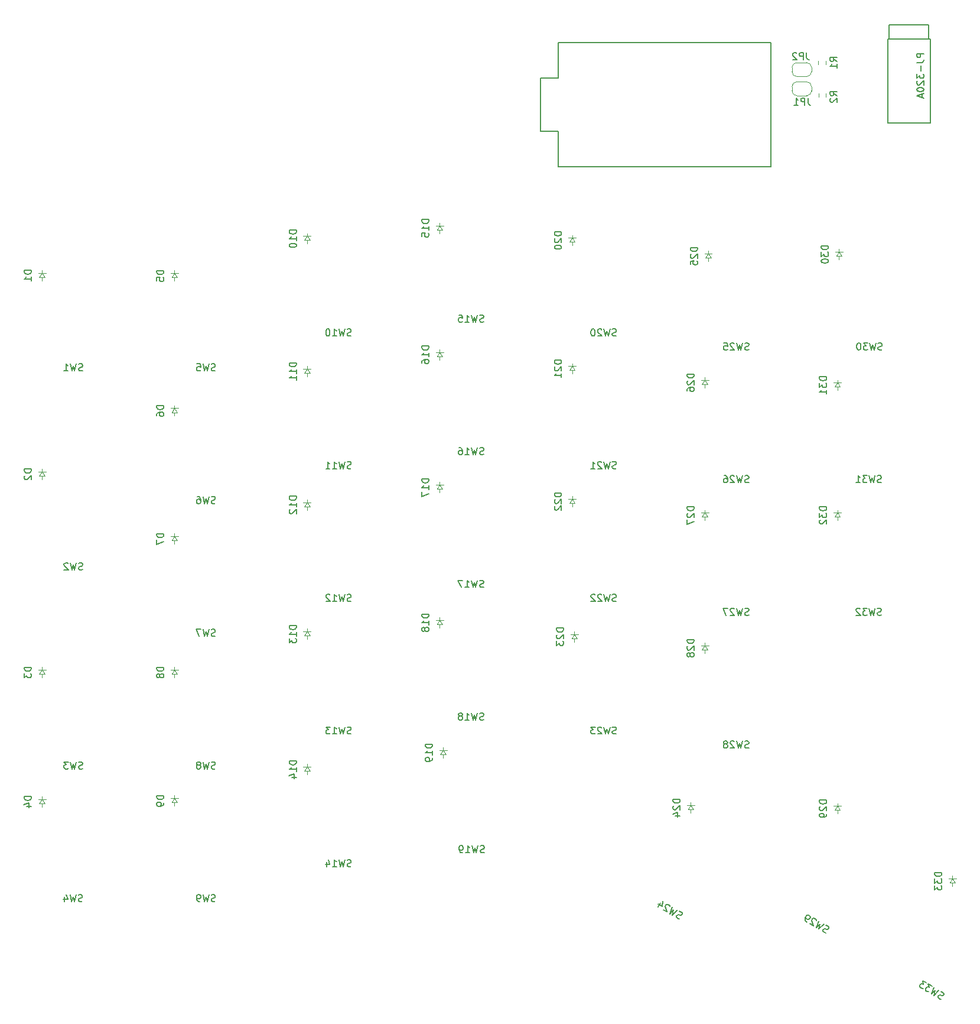
<source format=gbr>
%TF.GenerationSoftware,KiCad,Pcbnew,6.0.11-2627ca5db0~126~ubuntu20.04.1*%
%TF.CreationDate,2023-03-30T17:12:58+02:00*%
%TF.ProjectId,ergodash-low,6572676f-6461-4736-982d-6c6f772e6b69,rev?*%
%TF.SameCoordinates,Original*%
%TF.FileFunction,Legend,Bot*%
%TF.FilePolarity,Positive*%
%FSLAX46Y46*%
G04 Gerber Fmt 4.6, Leading zero omitted, Abs format (unit mm)*
G04 Created by KiCad (PCBNEW 6.0.11-2627ca5db0~126~ubuntu20.04.1) date 2023-03-30 17:12:58*
%MOMM*%
%LPD*%
G01*
G04 APERTURE LIST*
%ADD10C,0.150000*%
%ADD11C,0.100000*%
%ADD12C,0.120000*%
G04 APERTURE END LIST*
D10*
%TO.C,J2*%
X163902380Y-20018452D02*
X162902380Y-20018452D01*
X162902380Y-20399404D01*
X162950000Y-20494642D01*
X162997619Y-20542261D01*
X163092857Y-20589880D01*
X163235714Y-20589880D01*
X163330952Y-20542261D01*
X163378571Y-20494642D01*
X163426190Y-20399404D01*
X163426190Y-20018452D01*
X162902380Y-21304166D02*
X163616666Y-21304166D01*
X163759523Y-21256547D01*
X163854761Y-21161309D01*
X163902380Y-21018452D01*
X163902380Y-20923214D01*
X163521428Y-21780357D02*
X163521428Y-22542261D01*
X162902380Y-22923214D02*
X162902380Y-23542261D01*
X163283333Y-23208928D01*
X163283333Y-23351785D01*
X163330952Y-23447023D01*
X163378571Y-23494642D01*
X163473809Y-23542261D01*
X163711904Y-23542261D01*
X163807142Y-23494642D01*
X163854761Y-23447023D01*
X163902380Y-23351785D01*
X163902380Y-23066071D01*
X163854761Y-22970833D01*
X163807142Y-22923214D01*
X162997619Y-23923214D02*
X162950000Y-23970833D01*
X162902380Y-24066071D01*
X162902380Y-24304166D01*
X162950000Y-24399404D01*
X162997619Y-24447023D01*
X163092857Y-24494642D01*
X163188095Y-24494642D01*
X163330952Y-24447023D01*
X163902380Y-23875595D01*
X163902380Y-24494642D01*
X162902380Y-25113690D02*
X162902380Y-25208928D01*
X162950000Y-25304166D01*
X162997619Y-25351785D01*
X163092857Y-25399404D01*
X163283333Y-25447023D01*
X163521428Y-25447023D01*
X163711904Y-25399404D01*
X163807142Y-25351785D01*
X163854761Y-25304166D01*
X163902380Y-25208928D01*
X163902380Y-25113690D01*
X163854761Y-25018452D01*
X163807142Y-24970833D01*
X163711904Y-24923214D01*
X163521428Y-24875595D01*
X163283333Y-24875595D01*
X163092857Y-24923214D01*
X162997619Y-24970833D01*
X162950000Y-25018452D01*
X162902380Y-25113690D01*
X163616666Y-25827976D02*
X163616666Y-26304166D01*
X163902380Y-25732738D02*
X162902380Y-26066071D01*
X163902380Y-26399404D01*
%TO.C,SW7*%
X62333333Y-103404761D02*
X62190476Y-103452380D01*
X61952380Y-103452380D01*
X61857142Y-103404761D01*
X61809523Y-103357142D01*
X61761904Y-103261904D01*
X61761904Y-103166666D01*
X61809523Y-103071428D01*
X61857142Y-103023809D01*
X61952380Y-102976190D01*
X62142857Y-102928571D01*
X62238095Y-102880952D01*
X62285714Y-102833333D01*
X62333333Y-102738095D01*
X62333333Y-102642857D01*
X62285714Y-102547619D01*
X62238095Y-102500000D01*
X62142857Y-102452380D01*
X61904761Y-102452380D01*
X61761904Y-102500000D01*
X61428571Y-102452380D02*
X61190476Y-103452380D01*
X61000000Y-102738095D01*
X60809523Y-103452380D01*
X60571428Y-102452380D01*
X60285714Y-102452380D02*
X59619047Y-102452380D01*
X60047619Y-103452380D01*
%TO.C,SW1*%
X43333333Y-65404761D02*
X43190476Y-65452380D01*
X42952380Y-65452380D01*
X42857142Y-65404761D01*
X42809523Y-65357142D01*
X42761904Y-65261904D01*
X42761904Y-65166666D01*
X42809523Y-65071428D01*
X42857142Y-65023809D01*
X42952380Y-64976190D01*
X43142857Y-64928571D01*
X43238095Y-64880952D01*
X43285714Y-64833333D01*
X43333333Y-64738095D01*
X43333333Y-64642857D01*
X43285714Y-64547619D01*
X43238095Y-64500000D01*
X43142857Y-64452380D01*
X42904761Y-64452380D01*
X42761904Y-64500000D01*
X42428571Y-64452380D02*
X42190476Y-65452380D01*
X42000000Y-64738095D01*
X41809523Y-65452380D01*
X41571428Y-64452380D01*
X40666666Y-65452380D02*
X41238095Y-65452380D01*
X40952380Y-65452380D02*
X40952380Y-64452380D01*
X41047619Y-64595238D01*
X41142857Y-64690476D01*
X41238095Y-64738095D01*
%TO.C,SW3*%
X43333333Y-122404761D02*
X43190476Y-122452380D01*
X42952380Y-122452380D01*
X42857142Y-122404761D01*
X42809523Y-122357142D01*
X42761904Y-122261904D01*
X42761904Y-122166666D01*
X42809523Y-122071428D01*
X42857142Y-122023809D01*
X42952380Y-121976190D01*
X43142857Y-121928571D01*
X43238095Y-121880952D01*
X43285714Y-121833333D01*
X43333333Y-121738095D01*
X43333333Y-121642857D01*
X43285714Y-121547619D01*
X43238095Y-121500000D01*
X43142857Y-121452380D01*
X42904761Y-121452380D01*
X42761904Y-121500000D01*
X42428571Y-121452380D02*
X42190476Y-122452380D01*
X42000000Y-121738095D01*
X41809523Y-122452380D01*
X41571428Y-121452380D01*
X41285714Y-121452380D02*
X40666666Y-121452380D01*
X41000000Y-121833333D01*
X40857142Y-121833333D01*
X40761904Y-121880952D01*
X40714285Y-121928571D01*
X40666666Y-122023809D01*
X40666666Y-122261904D01*
X40714285Y-122357142D01*
X40761904Y-122404761D01*
X40857142Y-122452380D01*
X41142857Y-122452380D01*
X41238095Y-122404761D01*
X41285714Y-122357142D01*
%TO.C,SW21*%
X119809523Y-79404761D02*
X119666666Y-79452380D01*
X119428571Y-79452380D01*
X119333333Y-79404761D01*
X119285714Y-79357142D01*
X119238095Y-79261904D01*
X119238095Y-79166666D01*
X119285714Y-79071428D01*
X119333333Y-79023809D01*
X119428571Y-78976190D01*
X119619047Y-78928571D01*
X119714285Y-78880952D01*
X119761904Y-78833333D01*
X119809523Y-78738095D01*
X119809523Y-78642857D01*
X119761904Y-78547619D01*
X119714285Y-78500000D01*
X119619047Y-78452380D01*
X119380952Y-78452380D01*
X119238095Y-78500000D01*
X118904761Y-78452380D02*
X118666666Y-79452380D01*
X118476190Y-78738095D01*
X118285714Y-79452380D01*
X118047619Y-78452380D01*
X117714285Y-78547619D02*
X117666666Y-78500000D01*
X117571428Y-78452380D01*
X117333333Y-78452380D01*
X117238095Y-78500000D01*
X117190476Y-78547619D01*
X117142857Y-78642857D01*
X117142857Y-78738095D01*
X117190476Y-78880952D01*
X117761904Y-79452380D01*
X117142857Y-79452380D01*
X116190476Y-79452380D02*
X116761904Y-79452380D01*
X116476190Y-79452380D02*
X116476190Y-78452380D01*
X116571428Y-78595238D01*
X116666666Y-78690476D01*
X116761904Y-78738095D01*
%TO.C,SW15*%
X100809523Y-58404761D02*
X100666666Y-58452380D01*
X100428571Y-58452380D01*
X100333333Y-58404761D01*
X100285714Y-58357142D01*
X100238095Y-58261904D01*
X100238095Y-58166666D01*
X100285714Y-58071428D01*
X100333333Y-58023809D01*
X100428571Y-57976190D01*
X100619047Y-57928571D01*
X100714285Y-57880952D01*
X100761904Y-57833333D01*
X100809523Y-57738095D01*
X100809523Y-57642857D01*
X100761904Y-57547619D01*
X100714285Y-57500000D01*
X100619047Y-57452380D01*
X100380952Y-57452380D01*
X100238095Y-57500000D01*
X99904761Y-57452380D02*
X99666666Y-58452380D01*
X99476190Y-57738095D01*
X99285714Y-58452380D01*
X99047619Y-57452380D01*
X98142857Y-58452380D02*
X98714285Y-58452380D01*
X98428571Y-58452380D02*
X98428571Y-57452380D01*
X98523809Y-57595238D01*
X98619047Y-57690476D01*
X98714285Y-57738095D01*
X97238095Y-57452380D02*
X97714285Y-57452380D01*
X97761904Y-57928571D01*
X97714285Y-57880952D01*
X97619047Y-57833333D01*
X97380952Y-57833333D01*
X97285714Y-57880952D01*
X97238095Y-57928571D01*
X97190476Y-58023809D01*
X97190476Y-58261904D01*
X97238095Y-58357142D01*
X97285714Y-58404761D01*
X97380952Y-58452380D01*
X97619047Y-58452380D01*
X97714285Y-58404761D01*
X97761904Y-58357142D01*
%TO.C,SW11*%
X81809523Y-79404761D02*
X81666666Y-79452380D01*
X81428571Y-79452380D01*
X81333333Y-79404761D01*
X81285714Y-79357142D01*
X81238095Y-79261904D01*
X81238095Y-79166666D01*
X81285714Y-79071428D01*
X81333333Y-79023809D01*
X81428571Y-78976190D01*
X81619047Y-78928571D01*
X81714285Y-78880952D01*
X81761904Y-78833333D01*
X81809523Y-78738095D01*
X81809523Y-78642857D01*
X81761904Y-78547619D01*
X81714285Y-78500000D01*
X81619047Y-78452380D01*
X81380952Y-78452380D01*
X81238095Y-78500000D01*
X80904761Y-78452380D02*
X80666666Y-79452380D01*
X80476190Y-78738095D01*
X80285714Y-79452380D01*
X80047619Y-78452380D01*
X79142857Y-79452380D02*
X79714285Y-79452380D01*
X79428571Y-79452380D02*
X79428571Y-78452380D01*
X79523809Y-78595238D01*
X79619047Y-78690476D01*
X79714285Y-78738095D01*
X78190476Y-79452380D02*
X78761904Y-79452380D01*
X78476190Y-79452380D02*
X78476190Y-78452380D01*
X78571428Y-78595238D01*
X78666666Y-78690476D01*
X78761904Y-78738095D01*
%TO.C,SW32*%
X157809523Y-100404761D02*
X157666666Y-100452380D01*
X157428571Y-100452380D01*
X157333333Y-100404761D01*
X157285714Y-100357142D01*
X157238095Y-100261904D01*
X157238095Y-100166666D01*
X157285714Y-100071428D01*
X157333333Y-100023809D01*
X157428571Y-99976190D01*
X157619047Y-99928571D01*
X157714285Y-99880952D01*
X157761904Y-99833333D01*
X157809523Y-99738095D01*
X157809523Y-99642857D01*
X157761904Y-99547619D01*
X157714285Y-99500000D01*
X157619047Y-99452380D01*
X157380952Y-99452380D01*
X157238095Y-99500000D01*
X156904761Y-99452380D02*
X156666666Y-100452380D01*
X156476190Y-99738095D01*
X156285714Y-100452380D01*
X156047619Y-99452380D01*
X155761904Y-99452380D02*
X155142857Y-99452380D01*
X155476190Y-99833333D01*
X155333333Y-99833333D01*
X155238095Y-99880952D01*
X155190476Y-99928571D01*
X155142857Y-100023809D01*
X155142857Y-100261904D01*
X155190476Y-100357142D01*
X155238095Y-100404761D01*
X155333333Y-100452380D01*
X155619047Y-100452380D01*
X155714285Y-100404761D01*
X155761904Y-100357142D01*
X154761904Y-99547619D02*
X154714285Y-99500000D01*
X154619047Y-99452380D01*
X154380952Y-99452380D01*
X154285714Y-99500000D01*
X154238095Y-99547619D01*
X154190476Y-99642857D01*
X154190476Y-99738095D01*
X154238095Y-99880952D01*
X154809523Y-100452380D01*
X154190476Y-100452380D01*
%TO.C,SW29*%
X149864712Y-145915549D02*
X149717185Y-145885360D01*
X149510988Y-145766313D01*
X149452319Y-145677454D01*
X149434889Y-145612405D01*
X149441269Y-145506117D01*
X149488888Y-145423639D01*
X149577746Y-145364970D01*
X149642795Y-145347540D01*
X149749083Y-145353920D01*
X149937850Y-145407918D01*
X150044138Y-145414298D01*
X150109187Y-145396868D01*
X150198045Y-145338199D01*
X150245665Y-145255721D01*
X150252044Y-145149432D01*
X150234614Y-145084384D01*
X150175945Y-144995525D01*
X149969749Y-144876478D01*
X149822221Y-144846288D01*
X149557356Y-144638382D02*
X148851159Y-145385360D01*
X149043345Y-144671533D01*
X148521245Y-145194884D01*
X148815048Y-144209811D01*
X148478754Y-144125623D02*
X148461324Y-144060574D01*
X148402655Y-143971716D01*
X148196459Y-143852668D01*
X148090171Y-143846288D01*
X148025122Y-143863718D01*
X147936263Y-143922387D01*
X147888644Y-144004866D01*
X147858455Y-144152393D01*
X148067612Y-144932979D01*
X147531502Y-144623455D01*
X147119108Y-144385360D02*
X146954151Y-144290122D01*
X146895482Y-144201264D01*
X146878052Y-144136215D01*
X146867002Y-143964878D01*
X146921001Y-143776111D01*
X147111477Y-143446197D01*
X147200336Y-143387528D01*
X147265385Y-143370098D01*
X147371673Y-143376478D01*
X147536630Y-143471716D01*
X147595299Y-143560574D01*
X147612729Y-143625623D01*
X147606349Y-143731911D01*
X147487301Y-143938108D01*
X147398443Y-143996777D01*
X147333394Y-144014206D01*
X147227106Y-144007827D01*
X147062149Y-143912589D01*
X147003480Y-143823730D01*
X146986050Y-143758681D01*
X146992430Y-143652393D01*
%TO.C,SW25*%
X138809523Y-62404761D02*
X138666666Y-62452380D01*
X138428571Y-62452380D01*
X138333333Y-62404761D01*
X138285714Y-62357142D01*
X138238095Y-62261904D01*
X138238095Y-62166666D01*
X138285714Y-62071428D01*
X138333333Y-62023809D01*
X138428571Y-61976190D01*
X138619047Y-61928571D01*
X138714285Y-61880952D01*
X138761904Y-61833333D01*
X138809523Y-61738095D01*
X138809523Y-61642857D01*
X138761904Y-61547619D01*
X138714285Y-61500000D01*
X138619047Y-61452380D01*
X138380952Y-61452380D01*
X138238095Y-61500000D01*
X137904761Y-61452380D02*
X137666666Y-62452380D01*
X137476190Y-61738095D01*
X137285714Y-62452380D01*
X137047619Y-61452380D01*
X136714285Y-61547619D02*
X136666666Y-61500000D01*
X136571428Y-61452380D01*
X136333333Y-61452380D01*
X136238095Y-61500000D01*
X136190476Y-61547619D01*
X136142857Y-61642857D01*
X136142857Y-61738095D01*
X136190476Y-61880952D01*
X136761904Y-62452380D01*
X136142857Y-62452380D01*
X135238095Y-61452380D02*
X135714285Y-61452380D01*
X135761904Y-61928571D01*
X135714285Y-61880952D01*
X135619047Y-61833333D01*
X135380952Y-61833333D01*
X135285714Y-61880952D01*
X135238095Y-61928571D01*
X135190476Y-62023809D01*
X135190476Y-62261904D01*
X135238095Y-62357142D01*
X135285714Y-62404761D01*
X135380952Y-62452380D01*
X135619047Y-62452380D01*
X135714285Y-62404761D01*
X135761904Y-62357142D01*
%TO.C,SW14*%
X81809523Y-136404761D02*
X81666666Y-136452380D01*
X81428571Y-136452380D01*
X81333333Y-136404761D01*
X81285714Y-136357142D01*
X81238095Y-136261904D01*
X81238095Y-136166666D01*
X81285714Y-136071428D01*
X81333333Y-136023809D01*
X81428571Y-135976190D01*
X81619047Y-135928571D01*
X81714285Y-135880952D01*
X81761904Y-135833333D01*
X81809523Y-135738095D01*
X81809523Y-135642857D01*
X81761904Y-135547619D01*
X81714285Y-135500000D01*
X81619047Y-135452380D01*
X81380952Y-135452380D01*
X81238095Y-135500000D01*
X80904761Y-135452380D02*
X80666666Y-136452380D01*
X80476190Y-135738095D01*
X80285714Y-136452380D01*
X80047619Y-135452380D01*
X79142857Y-136452380D02*
X79714285Y-136452380D01*
X79428571Y-136452380D02*
X79428571Y-135452380D01*
X79523809Y-135595238D01*
X79619047Y-135690476D01*
X79714285Y-135738095D01*
X78285714Y-135785714D02*
X78285714Y-136452380D01*
X78523809Y-135404761D02*
X78761904Y-136119047D01*
X78142857Y-136119047D01*
%TO.C,SW24*%
X128864712Y-143915549D02*
X128717185Y-143885360D01*
X128510988Y-143766313D01*
X128452319Y-143677454D01*
X128434889Y-143612405D01*
X128441269Y-143506117D01*
X128488888Y-143423639D01*
X128577746Y-143364970D01*
X128642795Y-143347540D01*
X128749083Y-143353920D01*
X128937850Y-143407918D01*
X129044138Y-143414298D01*
X129109187Y-143396868D01*
X129198045Y-143338199D01*
X129245665Y-143255721D01*
X129252044Y-143149432D01*
X129234614Y-143084384D01*
X129175945Y-142995525D01*
X128969749Y-142876478D01*
X128822221Y-142846288D01*
X128557356Y-142638382D02*
X127851159Y-143385360D01*
X128043345Y-142671533D01*
X127521245Y-143194884D01*
X127815048Y-142209811D01*
X127478754Y-142125623D02*
X127461324Y-142060574D01*
X127402655Y-141971716D01*
X127196459Y-141852668D01*
X127090171Y-141846288D01*
X127025122Y-141863718D01*
X126936263Y-141922387D01*
X126888644Y-142004866D01*
X126858455Y-142152393D01*
X127067612Y-142932979D01*
X126531502Y-142623455D01*
X126122527Y-141617534D02*
X125789194Y-142194884D01*
X126519200Y-141406667D02*
X126368254Y-142144304D01*
X125832143Y-141834780D01*
%TO.C,SW8*%
X62333333Y-122404761D02*
X62190476Y-122452380D01*
X61952380Y-122452380D01*
X61857142Y-122404761D01*
X61809523Y-122357142D01*
X61761904Y-122261904D01*
X61761904Y-122166666D01*
X61809523Y-122071428D01*
X61857142Y-122023809D01*
X61952380Y-121976190D01*
X62142857Y-121928571D01*
X62238095Y-121880952D01*
X62285714Y-121833333D01*
X62333333Y-121738095D01*
X62333333Y-121642857D01*
X62285714Y-121547619D01*
X62238095Y-121500000D01*
X62142857Y-121452380D01*
X61904761Y-121452380D01*
X61761904Y-121500000D01*
X61428571Y-121452380D02*
X61190476Y-122452380D01*
X61000000Y-121738095D01*
X60809523Y-122452380D01*
X60571428Y-121452380D01*
X60047619Y-121880952D02*
X60142857Y-121833333D01*
X60190476Y-121785714D01*
X60238095Y-121690476D01*
X60238095Y-121642857D01*
X60190476Y-121547619D01*
X60142857Y-121500000D01*
X60047619Y-121452380D01*
X59857142Y-121452380D01*
X59761904Y-121500000D01*
X59714285Y-121547619D01*
X59666666Y-121642857D01*
X59666666Y-121690476D01*
X59714285Y-121785714D01*
X59761904Y-121833333D01*
X59857142Y-121880952D01*
X60047619Y-121880952D01*
X60142857Y-121928571D01*
X60190476Y-121976190D01*
X60238095Y-122071428D01*
X60238095Y-122261904D01*
X60190476Y-122357142D01*
X60142857Y-122404761D01*
X60047619Y-122452380D01*
X59857142Y-122452380D01*
X59761904Y-122404761D01*
X59714285Y-122357142D01*
X59666666Y-122261904D01*
X59666666Y-122071428D01*
X59714285Y-121976190D01*
X59761904Y-121928571D01*
X59857142Y-121880952D01*
%TO.C,SW33*%
X166364712Y-155415549D02*
X166217185Y-155385360D01*
X166010988Y-155266313D01*
X165952319Y-155177454D01*
X165934889Y-155112405D01*
X165941269Y-155006117D01*
X165988888Y-154923639D01*
X166077746Y-154864970D01*
X166142795Y-154847540D01*
X166249083Y-154853920D01*
X166437850Y-154907918D01*
X166544138Y-154914298D01*
X166609187Y-154896868D01*
X166698045Y-154838199D01*
X166745665Y-154755721D01*
X166752044Y-154649432D01*
X166734614Y-154584384D01*
X166675945Y-154495525D01*
X166469749Y-154376478D01*
X166322221Y-154346288D01*
X166057356Y-154138382D02*
X165351159Y-154885360D01*
X165543345Y-154171533D01*
X165021245Y-154694884D01*
X165315048Y-153709811D01*
X165067612Y-153566954D02*
X164531502Y-153257430D01*
X164629700Y-153754011D01*
X164505983Y-153682583D01*
X164399694Y-153676203D01*
X164334646Y-153693633D01*
X164245787Y-153752302D01*
X164126740Y-153958498D01*
X164120360Y-154064786D01*
X164137790Y-154129835D01*
X164196459Y-154218694D01*
X164443895Y-154361551D01*
X164550183Y-154367930D01*
X164615232Y-154350501D01*
X164242826Y-153090763D02*
X163706715Y-152781240D01*
X163804914Y-153277821D01*
X163681196Y-153206392D01*
X163574908Y-153200012D01*
X163509860Y-153217442D01*
X163421001Y-153276111D01*
X163301954Y-153482308D01*
X163295574Y-153588596D01*
X163313004Y-153653645D01*
X163371673Y-153742503D01*
X163619108Y-153885360D01*
X163725397Y-153891740D01*
X163790445Y-153874310D01*
%TO.C,SW16*%
X100809523Y-77404761D02*
X100666666Y-77452380D01*
X100428571Y-77452380D01*
X100333333Y-77404761D01*
X100285714Y-77357142D01*
X100238095Y-77261904D01*
X100238095Y-77166666D01*
X100285714Y-77071428D01*
X100333333Y-77023809D01*
X100428571Y-76976190D01*
X100619047Y-76928571D01*
X100714285Y-76880952D01*
X100761904Y-76833333D01*
X100809523Y-76738095D01*
X100809523Y-76642857D01*
X100761904Y-76547619D01*
X100714285Y-76500000D01*
X100619047Y-76452380D01*
X100380952Y-76452380D01*
X100238095Y-76500000D01*
X99904761Y-76452380D02*
X99666666Y-77452380D01*
X99476190Y-76738095D01*
X99285714Y-77452380D01*
X99047619Y-76452380D01*
X98142857Y-77452380D02*
X98714285Y-77452380D01*
X98428571Y-77452380D02*
X98428571Y-76452380D01*
X98523809Y-76595238D01*
X98619047Y-76690476D01*
X98714285Y-76738095D01*
X97285714Y-76452380D02*
X97476190Y-76452380D01*
X97571428Y-76500000D01*
X97619047Y-76547619D01*
X97714285Y-76690476D01*
X97761904Y-76880952D01*
X97761904Y-77261904D01*
X97714285Y-77357142D01*
X97666666Y-77404761D01*
X97571428Y-77452380D01*
X97380952Y-77452380D01*
X97285714Y-77404761D01*
X97238095Y-77357142D01*
X97190476Y-77261904D01*
X97190476Y-77023809D01*
X97238095Y-76928571D01*
X97285714Y-76880952D01*
X97380952Y-76833333D01*
X97571428Y-76833333D01*
X97666666Y-76880952D01*
X97714285Y-76928571D01*
X97761904Y-77023809D01*
%TO.C,SW31*%
X157809523Y-81404761D02*
X157666666Y-81452380D01*
X157428571Y-81452380D01*
X157333333Y-81404761D01*
X157285714Y-81357142D01*
X157238095Y-81261904D01*
X157238095Y-81166666D01*
X157285714Y-81071428D01*
X157333333Y-81023809D01*
X157428571Y-80976190D01*
X157619047Y-80928571D01*
X157714285Y-80880952D01*
X157761904Y-80833333D01*
X157809523Y-80738095D01*
X157809523Y-80642857D01*
X157761904Y-80547619D01*
X157714285Y-80500000D01*
X157619047Y-80452380D01*
X157380952Y-80452380D01*
X157238095Y-80500000D01*
X156904761Y-80452380D02*
X156666666Y-81452380D01*
X156476190Y-80738095D01*
X156285714Y-81452380D01*
X156047619Y-80452380D01*
X155761904Y-80452380D02*
X155142857Y-80452380D01*
X155476190Y-80833333D01*
X155333333Y-80833333D01*
X155238095Y-80880952D01*
X155190476Y-80928571D01*
X155142857Y-81023809D01*
X155142857Y-81261904D01*
X155190476Y-81357142D01*
X155238095Y-81404761D01*
X155333333Y-81452380D01*
X155619047Y-81452380D01*
X155714285Y-81404761D01*
X155761904Y-81357142D01*
X154190476Y-81452380D02*
X154761904Y-81452380D01*
X154476190Y-81452380D02*
X154476190Y-80452380D01*
X154571428Y-80595238D01*
X154666666Y-80690476D01*
X154761904Y-80738095D01*
%TO.C,SW9*%
X62333333Y-141404761D02*
X62190476Y-141452380D01*
X61952380Y-141452380D01*
X61857142Y-141404761D01*
X61809523Y-141357142D01*
X61761904Y-141261904D01*
X61761904Y-141166666D01*
X61809523Y-141071428D01*
X61857142Y-141023809D01*
X61952380Y-140976190D01*
X62142857Y-140928571D01*
X62238095Y-140880952D01*
X62285714Y-140833333D01*
X62333333Y-140738095D01*
X62333333Y-140642857D01*
X62285714Y-140547619D01*
X62238095Y-140500000D01*
X62142857Y-140452380D01*
X61904761Y-140452380D01*
X61761904Y-140500000D01*
X61428571Y-140452380D02*
X61190476Y-141452380D01*
X61000000Y-140738095D01*
X60809523Y-141452380D01*
X60571428Y-140452380D01*
X60142857Y-141452380D02*
X59952380Y-141452380D01*
X59857142Y-141404761D01*
X59809523Y-141357142D01*
X59714285Y-141214285D01*
X59666666Y-141023809D01*
X59666666Y-140642857D01*
X59714285Y-140547619D01*
X59761904Y-140500000D01*
X59857142Y-140452380D01*
X60047619Y-140452380D01*
X60142857Y-140500000D01*
X60190476Y-140547619D01*
X60238095Y-140642857D01*
X60238095Y-140880952D01*
X60190476Y-140976190D01*
X60142857Y-141023809D01*
X60047619Y-141071428D01*
X59857142Y-141071428D01*
X59761904Y-141023809D01*
X59714285Y-140976190D01*
X59666666Y-140880952D01*
%TO.C,SW6*%
X62333333Y-84404761D02*
X62190476Y-84452380D01*
X61952380Y-84452380D01*
X61857142Y-84404761D01*
X61809523Y-84357142D01*
X61761904Y-84261904D01*
X61761904Y-84166666D01*
X61809523Y-84071428D01*
X61857142Y-84023809D01*
X61952380Y-83976190D01*
X62142857Y-83928571D01*
X62238095Y-83880952D01*
X62285714Y-83833333D01*
X62333333Y-83738095D01*
X62333333Y-83642857D01*
X62285714Y-83547619D01*
X62238095Y-83500000D01*
X62142857Y-83452380D01*
X61904761Y-83452380D01*
X61761904Y-83500000D01*
X61428571Y-83452380D02*
X61190476Y-84452380D01*
X61000000Y-83738095D01*
X60809523Y-84452380D01*
X60571428Y-83452380D01*
X59761904Y-83452380D02*
X59952380Y-83452380D01*
X60047619Y-83500000D01*
X60095238Y-83547619D01*
X60190476Y-83690476D01*
X60238095Y-83880952D01*
X60238095Y-84261904D01*
X60190476Y-84357142D01*
X60142857Y-84404761D01*
X60047619Y-84452380D01*
X59857142Y-84452380D01*
X59761904Y-84404761D01*
X59714285Y-84357142D01*
X59666666Y-84261904D01*
X59666666Y-84023809D01*
X59714285Y-83928571D01*
X59761904Y-83880952D01*
X59857142Y-83833333D01*
X60047619Y-83833333D01*
X60142857Y-83880952D01*
X60190476Y-83928571D01*
X60238095Y-84023809D01*
%TO.C,SW27*%
X138809523Y-100404761D02*
X138666666Y-100452380D01*
X138428571Y-100452380D01*
X138333333Y-100404761D01*
X138285714Y-100357142D01*
X138238095Y-100261904D01*
X138238095Y-100166666D01*
X138285714Y-100071428D01*
X138333333Y-100023809D01*
X138428571Y-99976190D01*
X138619047Y-99928571D01*
X138714285Y-99880952D01*
X138761904Y-99833333D01*
X138809523Y-99738095D01*
X138809523Y-99642857D01*
X138761904Y-99547619D01*
X138714285Y-99500000D01*
X138619047Y-99452380D01*
X138380952Y-99452380D01*
X138238095Y-99500000D01*
X137904761Y-99452380D02*
X137666666Y-100452380D01*
X137476190Y-99738095D01*
X137285714Y-100452380D01*
X137047619Y-99452380D01*
X136714285Y-99547619D02*
X136666666Y-99500000D01*
X136571428Y-99452380D01*
X136333333Y-99452380D01*
X136238095Y-99500000D01*
X136190476Y-99547619D01*
X136142857Y-99642857D01*
X136142857Y-99738095D01*
X136190476Y-99880952D01*
X136761904Y-100452380D01*
X136142857Y-100452380D01*
X135809523Y-99452380D02*
X135142857Y-99452380D01*
X135571428Y-100452380D01*
%TO.C,SW5*%
X62333333Y-65404761D02*
X62190476Y-65452380D01*
X61952380Y-65452380D01*
X61857142Y-65404761D01*
X61809523Y-65357142D01*
X61761904Y-65261904D01*
X61761904Y-65166666D01*
X61809523Y-65071428D01*
X61857142Y-65023809D01*
X61952380Y-64976190D01*
X62142857Y-64928571D01*
X62238095Y-64880952D01*
X62285714Y-64833333D01*
X62333333Y-64738095D01*
X62333333Y-64642857D01*
X62285714Y-64547619D01*
X62238095Y-64500000D01*
X62142857Y-64452380D01*
X61904761Y-64452380D01*
X61761904Y-64500000D01*
X61428571Y-64452380D02*
X61190476Y-65452380D01*
X61000000Y-64738095D01*
X60809523Y-65452380D01*
X60571428Y-64452380D01*
X59714285Y-64452380D02*
X60190476Y-64452380D01*
X60238095Y-64928571D01*
X60190476Y-64880952D01*
X60095238Y-64833333D01*
X59857142Y-64833333D01*
X59761904Y-64880952D01*
X59714285Y-64928571D01*
X59666666Y-65023809D01*
X59666666Y-65261904D01*
X59714285Y-65357142D01*
X59761904Y-65404761D01*
X59857142Y-65452380D01*
X60095238Y-65452380D01*
X60190476Y-65404761D01*
X60238095Y-65357142D01*
%TO.C,SW28*%
X138809523Y-119404761D02*
X138666666Y-119452380D01*
X138428571Y-119452380D01*
X138333333Y-119404761D01*
X138285714Y-119357142D01*
X138238095Y-119261904D01*
X138238095Y-119166666D01*
X138285714Y-119071428D01*
X138333333Y-119023809D01*
X138428571Y-118976190D01*
X138619047Y-118928571D01*
X138714285Y-118880952D01*
X138761904Y-118833333D01*
X138809523Y-118738095D01*
X138809523Y-118642857D01*
X138761904Y-118547619D01*
X138714285Y-118500000D01*
X138619047Y-118452380D01*
X138380952Y-118452380D01*
X138238095Y-118500000D01*
X137904761Y-118452380D02*
X137666666Y-119452380D01*
X137476190Y-118738095D01*
X137285714Y-119452380D01*
X137047619Y-118452380D01*
X136714285Y-118547619D02*
X136666666Y-118500000D01*
X136571428Y-118452380D01*
X136333333Y-118452380D01*
X136238095Y-118500000D01*
X136190476Y-118547619D01*
X136142857Y-118642857D01*
X136142857Y-118738095D01*
X136190476Y-118880952D01*
X136761904Y-119452380D01*
X136142857Y-119452380D01*
X135571428Y-118880952D02*
X135666666Y-118833333D01*
X135714285Y-118785714D01*
X135761904Y-118690476D01*
X135761904Y-118642857D01*
X135714285Y-118547619D01*
X135666666Y-118500000D01*
X135571428Y-118452380D01*
X135380952Y-118452380D01*
X135285714Y-118500000D01*
X135238095Y-118547619D01*
X135190476Y-118642857D01*
X135190476Y-118690476D01*
X135238095Y-118785714D01*
X135285714Y-118833333D01*
X135380952Y-118880952D01*
X135571428Y-118880952D01*
X135666666Y-118928571D01*
X135714285Y-118976190D01*
X135761904Y-119071428D01*
X135761904Y-119261904D01*
X135714285Y-119357142D01*
X135666666Y-119404761D01*
X135571428Y-119452380D01*
X135380952Y-119452380D01*
X135285714Y-119404761D01*
X135238095Y-119357142D01*
X135190476Y-119261904D01*
X135190476Y-119071428D01*
X135238095Y-118976190D01*
X135285714Y-118928571D01*
X135380952Y-118880952D01*
%TO.C,SW4*%
X43283333Y-141404761D02*
X43140476Y-141452380D01*
X42902380Y-141452380D01*
X42807142Y-141404761D01*
X42759523Y-141357142D01*
X42711904Y-141261904D01*
X42711904Y-141166666D01*
X42759523Y-141071428D01*
X42807142Y-141023809D01*
X42902380Y-140976190D01*
X43092857Y-140928571D01*
X43188095Y-140880952D01*
X43235714Y-140833333D01*
X43283333Y-140738095D01*
X43283333Y-140642857D01*
X43235714Y-140547619D01*
X43188095Y-140500000D01*
X43092857Y-140452380D01*
X42854761Y-140452380D01*
X42711904Y-140500000D01*
X42378571Y-140452380D02*
X42140476Y-141452380D01*
X41950000Y-140738095D01*
X41759523Y-141452380D01*
X41521428Y-140452380D01*
X40711904Y-140785714D02*
X40711904Y-141452380D01*
X40950000Y-140404761D02*
X41188095Y-141119047D01*
X40569047Y-141119047D01*
%TO.C,SW19*%
X100909523Y-134404761D02*
X100766666Y-134452380D01*
X100528571Y-134452380D01*
X100433333Y-134404761D01*
X100385714Y-134357142D01*
X100338095Y-134261904D01*
X100338095Y-134166666D01*
X100385714Y-134071428D01*
X100433333Y-134023809D01*
X100528571Y-133976190D01*
X100719047Y-133928571D01*
X100814285Y-133880952D01*
X100861904Y-133833333D01*
X100909523Y-133738095D01*
X100909523Y-133642857D01*
X100861904Y-133547619D01*
X100814285Y-133500000D01*
X100719047Y-133452380D01*
X100480952Y-133452380D01*
X100338095Y-133500000D01*
X100004761Y-133452380D02*
X99766666Y-134452380D01*
X99576190Y-133738095D01*
X99385714Y-134452380D01*
X99147619Y-133452380D01*
X98242857Y-134452380D02*
X98814285Y-134452380D01*
X98528571Y-134452380D02*
X98528571Y-133452380D01*
X98623809Y-133595238D01*
X98719047Y-133690476D01*
X98814285Y-133738095D01*
X97766666Y-134452380D02*
X97576190Y-134452380D01*
X97480952Y-134404761D01*
X97433333Y-134357142D01*
X97338095Y-134214285D01*
X97290476Y-134023809D01*
X97290476Y-133642857D01*
X97338095Y-133547619D01*
X97385714Y-133500000D01*
X97480952Y-133452380D01*
X97671428Y-133452380D01*
X97766666Y-133500000D01*
X97814285Y-133547619D01*
X97861904Y-133642857D01*
X97861904Y-133880952D01*
X97814285Y-133976190D01*
X97766666Y-134023809D01*
X97671428Y-134071428D01*
X97480952Y-134071428D01*
X97385714Y-134023809D01*
X97338095Y-133976190D01*
X97290476Y-133880952D01*
%TO.C,SW26*%
X138809523Y-81404761D02*
X138666666Y-81452380D01*
X138428571Y-81452380D01*
X138333333Y-81404761D01*
X138285714Y-81357142D01*
X138238095Y-81261904D01*
X138238095Y-81166666D01*
X138285714Y-81071428D01*
X138333333Y-81023809D01*
X138428571Y-80976190D01*
X138619047Y-80928571D01*
X138714285Y-80880952D01*
X138761904Y-80833333D01*
X138809523Y-80738095D01*
X138809523Y-80642857D01*
X138761904Y-80547619D01*
X138714285Y-80500000D01*
X138619047Y-80452380D01*
X138380952Y-80452380D01*
X138238095Y-80500000D01*
X137904761Y-80452380D02*
X137666666Y-81452380D01*
X137476190Y-80738095D01*
X137285714Y-81452380D01*
X137047619Y-80452380D01*
X136714285Y-80547619D02*
X136666666Y-80500000D01*
X136571428Y-80452380D01*
X136333333Y-80452380D01*
X136238095Y-80500000D01*
X136190476Y-80547619D01*
X136142857Y-80642857D01*
X136142857Y-80738095D01*
X136190476Y-80880952D01*
X136761904Y-81452380D01*
X136142857Y-81452380D01*
X135285714Y-80452380D02*
X135476190Y-80452380D01*
X135571428Y-80500000D01*
X135619047Y-80547619D01*
X135714285Y-80690476D01*
X135761904Y-80880952D01*
X135761904Y-81261904D01*
X135714285Y-81357142D01*
X135666666Y-81404761D01*
X135571428Y-81452380D01*
X135380952Y-81452380D01*
X135285714Y-81404761D01*
X135238095Y-81357142D01*
X135190476Y-81261904D01*
X135190476Y-81023809D01*
X135238095Y-80928571D01*
X135285714Y-80880952D01*
X135380952Y-80833333D01*
X135571428Y-80833333D01*
X135666666Y-80880952D01*
X135714285Y-80928571D01*
X135761904Y-81023809D01*
%TO.C,SW17*%
X100809523Y-96404761D02*
X100666666Y-96452380D01*
X100428571Y-96452380D01*
X100333333Y-96404761D01*
X100285714Y-96357142D01*
X100238095Y-96261904D01*
X100238095Y-96166666D01*
X100285714Y-96071428D01*
X100333333Y-96023809D01*
X100428571Y-95976190D01*
X100619047Y-95928571D01*
X100714285Y-95880952D01*
X100761904Y-95833333D01*
X100809523Y-95738095D01*
X100809523Y-95642857D01*
X100761904Y-95547619D01*
X100714285Y-95500000D01*
X100619047Y-95452380D01*
X100380952Y-95452380D01*
X100238095Y-95500000D01*
X99904761Y-95452380D02*
X99666666Y-96452380D01*
X99476190Y-95738095D01*
X99285714Y-96452380D01*
X99047619Y-95452380D01*
X98142857Y-96452380D02*
X98714285Y-96452380D01*
X98428571Y-96452380D02*
X98428571Y-95452380D01*
X98523809Y-95595238D01*
X98619047Y-95690476D01*
X98714285Y-95738095D01*
X97809523Y-95452380D02*
X97142857Y-95452380D01*
X97571428Y-96452380D01*
%TO.C,SW12*%
X81809523Y-98404761D02*
X81666666Y-98452380D01*
X81428571Y-98452380D01*
X81333333Y-98404761D01*
X81285714Y-98357142D01*
X81238095Y-98261904D01*
X81238095Y-98166666D01*
X81285714Y-98071428D01*
X81333333Y-98023809D01*
X81428571Y-97976190D01*
X81619047Y-97928571D01*
X81714285Y-97880952D01*
X81761904Y-97833333D01*
X81809523Y-97738095D01*
X81809523Y-97642857D01*
X81761904Y-97547619D01*
X81714285Y-97500000D01*
X81619047Y-97452380D01*
X81380952Y-97452380D01*
X81238095Y-97500000D01*
X80904761Y-97452380D02*
X80666666Y-98452380D01*
X80476190Y-97738095D01*
X80285714Y-98452380D01*
X80047619Y-97452380D01*
X79142857Y-98452380D02*
X79714285Y-98452380D01*
X79428571Y-98452380D02*
X79428571Y-97452380D01*
X79523809Y-97595238D01*
X79619047Y-97690476D01*
X79714285Y-97738095D01*
X78761904Y-97547619D02*
X78714285Y-97500000D01*
X78619047Y-97452380D01*
X78380952Y-97452380D01*
X78285714Y-97500000D01*
X78238095Y-97547619D01*
X78190476Y-97642857D01*
X78190476Y-97738095D01*
X78238095Y-97880952D01*
X78809523Y-98452380D01*
X78190476Y-98452380D01*
%TO.C,SW22*%
X119809523Y-98404761D02*
X119666666Y-98452380D01*
X119428571Y-98452380D01*
X119333333Y-98404761D01*
X119285714Y-98357142D01*
X119238095Y-98261904D01*
X119238095Y-98166666D01*
X119285714Y-98071428D01*
X119333333Y-98023809D01*
X119428571Y-97976190D01*
X119619047Y-97928571D01*
X119714285Y-97880952D01*
X119761904Y-97833333D01*
X119809523Y-97738095D01*
X119809523Y-97642857D01*
X119761904Y-97547619D01*
X119714285Y-97500000D01*
X119619047Y-97452380D01*
X119380952Y-97452380D01*
X119238095Y-97500000D01*
X118904761Y-97452380D02*
X118666666Y-98452380D01*
X118476190Y-97738095D01*
X118285714Y-98452380D01*
X118047619Y-97452380D01*
X117714285Y-97547619D02*
X117666666Y-97500000D01*
X117571428Y-97452380D01*
X117333333Y-97452380D01*
X117238095Y-97500000D01*
X117190476Y-97547619D01*
X117142857Y-97642857D01*
X117142857Y-97738095D01*
X117190476Y-97880952D01*
X117761904Y-98452380D01*
X117142857Y-98452380D01*
X116761904Y-97547619D02*
X116714285Y-97500000D01*
X116619047Y-97452380D01*
X116380952Y-97452380D01*
X116285714Y-97500000D01*
X116238095Y-97547619D01*
X116190476Y-97642857D01*
X116190476Y-97738095D01*
X116238095Y-97880952D01*
X116809523Y-98452380D01*
X116190476Y-98452380D01*
%TO.C,SW23*%
X119809523Y-117404761D02*
X119666666Y-117452380D01*
X119428571Y-117452380D01*
X119333333Y-117404761D01*
X119285714Y-117357142D01*
X119238095Y-117261904D01*
X119238095Y-117166666D01*
X119285714Y-117071428D01*
X119333333Y-117023809D01*
X119428571Y-116976190D01*
X119619047Y-116928571D01*
X119714285Y-116880952D01*
X119761904Y-116833333D01*
X119809523Y-116738095D01*
X119809523Y-116642857D01*
X119761904Y-116547619D01*
X119714285Y-116500000D01*
X119619047Y-116452380D01*
X119380952Y-116452380D01*
X119238095Y-116500000D01*
X118904761Y-116452380D02*
X118666666Y-117452380D01*
X118476190Y-116738095D01*
X118285714Y-117452380D01*
X118047619Y-116452380D01*
X117714285Y-116547619D02*
X117666666Y-116500000D01*
X117571428Y-116452380D01*
X117333333Y-116452380D01*
X117238095Y-116500000D01*
X117190476Y-116547619D01*
X117142857Y-116642857D01*
X117142857Y-116738095D01*
X117190476Y-116880952D01*
X117761904Y-117452380D01*
X117142857Y-117452380D01*
X116809523Y-116452380D02*
X116190476Y-116452380D01*
X116523809Y-116833333D01*
X116380952Y-116833333D01*
X116285714Y-116880952D01*
X116238095Y-116928571D01*
X116190476Y-117023809D01*
X116190476Y-117261904D01*
X116238095Y-117357142D01*
X116285714Y-117404761D01*
X116380952Y-117452380D01*
X116666666Y-117452380D01*
X116761904Y-117404761D01*
X116809523Y-117357142D01*
%TO.C,SW10*%
X81809523Y-60404761D02*
X81666666Y-60452380D01*
X81428571Y-60452380D01*
X81333333Y-60404761D01*
X81285714Y-60357142D01*
X81238095Y-60261904D01*
X81238095Y-60166666D01*
X81285714Y-60071428D01*
X81333333Y-60023809D01*
X81428571Y-59976190D01*
X81619047Y-59928571D01*
X81714285Y-59880952D01*
X81761904Y-59833333D01*
X81809523Y-59738095D01*
X81809523Y-59642857D01*
X81761904Y-59547619D01*
X81714285Y-59500000D01*
X81619047Y-59452380D01*
X81380952Y-59452380D01*
X81238095Y-59500000D01*
X80904761Y-59452380D02*
X80666666Y-60452380D01*
X80476190Y-59738095D01*
X80285714Y-60452380D01*
X80047619Y-59452380D01*
X79142857Y-60452380D02*
X79714285Y-60452380D01*
X79428571Y-60452380D02*
X79428571Y-59452380D01*
X79523809Y-59595238D01*
X79619047Y-59690476D01*
X79714285Y-59738095D01*
X78523809Y-59452380D02*
X78428571Y-59452380D01*
X78333333Y-59500000D01*
X78285714Y-59547619D01*
X78238095Y-59642857D01*
X78190476Y-59833333D01*
X78190476Y-60071428D01*
X78238095Y-60261904D01*
X78285714Y-60357142D01*
X78333333Y-60404761D01*
X78428571Y-60452380D01*
X78523809Y-60452380D01*
X78619047Y-60404761D01*
X78666666Y-60357142D01*
X78714285Y-60261904D01*
X78761904Y-60071428D01*
X78761904Y-59833333D01*
X78714285Y-59642857D01*
X78666666Y-59547619D01*
X78619047Y-59500000D01*
X78523809Y-59452380D01*
%TO.C,SW13*%
X81809523Y-117404761D02*
X81666666Y-117452380D01*
X81428571Y-117452380D01*
X81333333Y-117404761D01*
X81285714Y-117357142D01*
X81238095Y-117261904D01*
X81238095Y-117166666D01*
X81285714Y-117071428D01*
X81333333Y-117023809D01*
X81428571Y-116976190D01*
X81619047Y-116928571D01*
X81714285Y-116880952D01*
X81761904Y-116833333D01*
X81809523Y-116738095D01*
X81809523Y-116642857D01*
X81761904Y-116547619D01*
X81714285Y-116500000D01*
X81619047Y-116452380D01*
X81380952Y-116452380D01*
X81238095Y-116500000D01*
X80904761Y-116452380D02*
X80666666Y-117452380D01*
X80476190Y-116738095D01*
X80285714Y-117452380D01*
X80047619Y-116452380D01*
X79142857Y-117452380D02*
X79714285Y-117452380D01*
X79428571Y-117452380D02*
X79428571Y-116452380D01*
X79523809Y-116595238D01*
X79619047Y-116690476D01*
X79714285Y-116738095D01*
X78809523Y-116452380D02*
X78190476Y-116452380D01*
X78523809Y-116833333D01*
X78380952Y-116833333D01*
X78285714Y-116880952D01*
X78238095Y-116928571D01*
X78190476Y-117023809D01*
X78190476Y-117261904D01*
X78238095Y-117357142D01*
X78285714Y-117404761D01*
X78380952Y-117452380D01*
X78666666Y-117452380D01*
X78761904Y-117404761D01*
X78809523Y-117357142D01*
%TO.C,SW20*%
X119809523Y-60404761D02*
X119666666Y-60452380D01*
X119428571Y-60452380D01*
X119333333Y-60404761D01*
X119285714Y-60357142D01*
X119238095Y-60261904D01*
X119238095Y-60166666D01*
X119285714Y-60071428D01*
X119333333Y-60023809D01*
X119428571Y-59976190D01*
X119619047Y-59928571D01*
X119714285Y-59880952D01*
X119761904Y-59833333D01*
X119809523Y-59738095D01*
X119809523Y-59642857D01*
X119761904Y-59547619D01*
X119714285Y-59500000D01*
X119619047Y-59452380D01*
X119380952Y-59452380D01*
X119238095Y-59500000D01*
X118904761Y-59452380D02*
X118666666Y-60452380D01*
X118476190Y-59738095D01*
X118285714Y-60452380D01*
X118047619Y-59452380D01*
X117714285Y-59547619D02*
X117666666Y-59500000D01*
X117571428Y-59452380D01*
X117333333Y-59452380D01*
X117238095Y-59500000D01*
X117190476Y-59547619D01*
X117142857Y-59642857D01*
X117142857Y-59738095D01*
X117190476Y-59880952D01*
X117761904Y-60452380D01*
X117142857Y-60452380D01*
X116523809Y-59452380D02*
X116428571Y-59452380D01*
X116333333Y-59500000D01*
X116285714Y-59547619D01*
X116238095Y-59642857D01*
X116190476Y-59833333D01*
X116190476Y-60071428D01*
X116238095Y-60261904D01*
X116285714Y-60357142D01*
X116333333Y-60404761D01*
X116428571Y-60452380D01*
X116523809Y-60452380D01*
X116619047Y-60404761D01*
X116666666Y-60357142D01*
X116714285Y-60261904D01*
X116761904Y-60071428D01*
X116761904Y-59833333D01*
X116714285Y-59642857D01*
X116666666Y-59547619D01*
X116619047Y-59500000D01*
X116523809Y-59452380D01*
%TO.C,SW30*%
X157909523Y-62404761D02*
X157766666Y-62452380D01*
X157528571Y-62452380D01*
X157433333Y-62404761D01*
X157385714Y-62357142D01*
X157338095Y-62261904D01*
X157338095Y-62166666D01*
X157385714Y-62071428D01*
X157433333Y-62023809D01*
X157528571Y-61976190D01*
X157719047Y-61928571D01*
X157814285Y-61880952D01*
X157861904Y-61833333D01*
X157909523Y-61738095D01*
X157909523Y-61642857D01*
X157861904Y-61547619D01*
X157814285Y-61500000D01*
X157719047Y-61452380D01*
X157480952Y-61452380D01*
X157338095Y-61500000D01*
X157004761Y-61452380D02*
X156766666Y-62452380D01*
X156576190Y-61738095D01*
X156385714Y-62452380D01*
X156147619Y-61452380D01*
X155861904Y-61452380D02*
X155242857Y-61452380D01*
X155576190Y-61833333D01*
X155433333Y-61833333D01*
X155338095Y-61880952D01*
X155290476Y-61928571D01*
X155242857Y-62023809D01*
X155242857Y-62261904D01*
X155290476Y-62357142D01*
X155338095Y-62404761D01*
X155433333Y-62452380D01*
X155719047Y-62452380D01*
X155814285Y-62404761D01*
X155861904Y-62357142D01*
X154623809Y-61452380D02*
X154528571Y-61452380D01*
X154433333Y-61500000D01*
X154385714Y-61547619D01*
X154338095Y-61642857D01*
X154290476Y-61833333D01*
X154290476Y-62071428D01*
X154338095Y-62261904D01*
X154385714Y-62357142D01*
X154433333Y-62404761D01*
X154528571Y-62452380D01*
X154623809Y-62452380D01*
X154719047Y-62404761D01*
X154766666Y-62357142D01*
X154814285Y-62261904D01*
X154861904Y-62071428D01*
X154861904Y-61833333D01*
X154814285Y-61642857D01*
X154766666Y-61547619D01*
X154719047Y-61500000D01*
X154623809Y-61452380D01*
%TO.C,SW2*%
X43333333Y-93904761D02*
X43190476Y-93952380D01*
X42952380Y-93952380D01*
X42857142Y-93904761D01*
X42809523Y-93857142D01*
X42761904Y-93761904D01*
X42761904Y-93666666D01*
X42809523Y-93571428D01*
X42857142Y-93523809D01*
X42952380Y-93476190D01*
X43142857Y-93428571D01*
X43238095Y-93380952D01*
X43285714Y-93333333D01*
X43333333Y-93238095D01*
X43333333Y-93142857D01*
X43285714Y-93047619D01*
X43238095Y-93000000D01*
X43142857Y-92952380D01*
X42904761Y-92952380D01*
X42761904Y-93000000D01*
X42428571Y-92952380D02*
X42190476Y-93952380D01*
X42000000Y-93238095D01*
X41809523Y-93952380D01*
X41571428Y-92952380D01*
X41238095Y-93047619D02*
X41190476Y-93000000D01*
X41095238Y-92952380D01*
X40857142Y-92952380D01*
X40761904Y-93000000D01*
X40714285Y-93047619D01*
X40666666Y-93142857D01*
X40666666Y-93238095D01*
X40714285Y-93380952D01*
X41285714Y-93952380D01*
X40666666Y-93952380D01*
%TO.C,SW18*%
X100809523Y-115404761D02*
X100666666Y-115452380D01*
X100428571Y-115452380D01*
X100333333Y-115404761D01*
X100285714Y-115357142D01*
X100238095Y-115261904D01*
X100238095Y-115166666D01*
X100285714Y-115071428D01*
X100333333Y-115023809D01*
X100428571Y-114976190D01*
X100619047Y-114928571D01*
X100714285Y-114880952D01*
X100761904Y-114833333D01*
X100809523Y-114738095D01*
X100809523Y-114642857D01*
X100761904Y-114547619D01*
X100714285Y-114500000D01*
X100619047Y-114452380D01*
X100380952Y-114452380D01*
X100238095Y-114500000D01*
X99904761Y-114452380D02*
X99666666Y-115452380D01*
X99476190Y-114738095D01*
X99285714Y-115452380D01*
X99047619Y-114452380D01*
X98142857Y-115452380D02*
X98714285Y-115452380D01*
X98428571Y-115452380D02*
X98428571Y-114452380D01*
X98523809Y-114595238D01*
X98619047Y-114690476D01*
X98714285Y-114738095D01*
X97571428Y-114880952D02*
X97666666Y-114833333D01*
X97714285Y-114785714D01*
X97761904Y-114690476D01*
X97761904Y-114642857D01*
X97714285Y-114547619D01*
X97666666Y-114500000D01*
X97571428Y-114452380D01*
X97380952Y-114452380D01*
X97285714Y-114500000D01*
X97238095Y-114547619D01*
X97190476Y-114642857D01*
X97190476Y-114690476D01*
X97238095Y-114785714D01*
X97285714Y-114833333D01*
X97380952Y-114880952D01*
X97571428Y-114880952D01*
X97666666Y-114928571D01*
X97714285Y-114976190D01*
X97761904Y-115071428D01*
X97761904Y-115261904D01*
X97714285Y-115357142D01*
X97666666Y-115404761D01*
X97571428Y-115452380D01*
X97380952Y-115452380D01*
X97285714Y-115404761D01*
X97238095Y-115357142D01*
X97190476Y-115261904D01*
X97190476Y-115071428D01*
X97238095Y-114976190D01*
X97285714Y-114928571D01*
X97380952Y-114880952D01*
%TO.C,D12*%
X73952380Y-83410714D02*
X72952380Y-83410714D01*
X72952380Y-83648809D01*
X73000000Y-83791666D01*
X73095238Y-83886904D01*
X73190476Y-83934523D01*
X73380952Y-83982142D01*
X73523809Y-83982142D01*
X73714285Y-83934523D01*
X73809523Y-83886904D01*
X73904761Y-83791666D01*
X73952380Y-83648809D01*
X73952380Y-83410714D01*
X73952380Y-84934523D02*
X73952380Y-84363095D01*
X73952380Y-84648809D02*
X72952380Y-84648809D01*
X73095238Y-84553571D01*
X73190476Y-84458333D01*
X73238095Y-84363095D01*
X73047619Y-85315476D02*
X73000000Y-85363095D01*
X72952380Y-85458333D01*
X72952380Y-85696428D01*
X73000000Y-85791666D01*
X73047619Y-85839285D01*
X73142857Y-85886904D01*
X73238095Y-85886904D01*
X73380952Y-85839285D01*
X73952380Y-85267857D01*
X73952380Y-85886904D01*
%TO.C,D9*%
X54952380Y-126261904D02*
X53952380Y-126261904D01*
X53952380Y-126500000D01*
X54000000Y-126642857D01*
X54095238Y-126738095D01*
X54190476Y-126785714D01*
X54380952Y-126833333D01*
X54523809Y-126833333D01*
X54714285Y-126785714D01*
X54809523Y-126738095D01*
X54904761Y-126642857D01*
X54952380Y-126500000D01*
X54952380Y-126261904D01*
X54952380Y-127309523D02*
X54952380Y-127500000D01*
X54904761Y-127595238D01*
X54857142Y-127642857D01*
X54714285Y-127738095D01*
X54523809Y-127785714D01*
X54142857Y-127785714D01*
X54047619Y-127738095D01*
X54000000Y-127690476D01*
X53952380Y-127595238D01*
X53952380Y-127404761D01*
X54000000Y-127309523D01*
X54047619Y-127261904D01*
X54142857Y-127214285D01*
X54380952Y-127214285D01*
X54476190Y-127261904D01*
X54523809Y-127309523D01*
X54571428Y-127404761D01*
X54571428Y-127595238D01*
X54523809Y-127690476D01*
X54476190Y-127738095D01*
X54380952Y-127785714D01*
%TO.C,D2*%
X35952380Y-79511904D02*
X34952380Y-79511904D01*
X34952380Y-79750000D01*
X35000000Y-79892857D01*
X35095238Y-79988095D01*
X35190476Y-80035714D01*
X35380952Y-80083333D01*
X35523809Y-80083333D01*
X35714285Y-80035714D01*
X35809523Y-79988095D01*
X35904761Y-79892857D01*
X35952380Y-79750000D01*
X35952380Y-79511904D01*
X35047619Y-80464285D02*
X35000000Y-80511904D01*
X34952380Y-80607142D01*
X34952380Y-80845238D01*
X35000000Y-80940476D01*
X35047619Y-80988095D01*
X35142857Y-81035714D01*
X35238095Y-81035714D01*
X35380952Y-80988095D01*
X35952380Y-80416666D01*
X35952380Y-81035714D01*
%TO.C,D23*%
X112252380Y-102285714D02*
X111252380Y-102285714D01*
X111252380Y-102523809D01*
X111300000Y-102666666D01*
X111395238Y-102761904D01*
X111490476Y-102809523D01*
X111680952Y-102857142D01*
X111823809Y-102857142D01*
X112014285Y-102809523D01*
X112109523Y-102761904D01*
X112204761Y-102666666D01*
X112252380Y-102523809D01*
X112252380Y-102285714D01*
X111347619Y-103238095D02*
X111300000Y-103285714D01*
X111252380Y-103380952D01*
X111252380Y-103619047D01*
X111300000Y-103714285D01*
X111347619Y-103761904D01*
X111442857Y-103809523D01*
X111538095Y-103809523D01*
X111680952Y-103761904D01*
X112252380Y-103190476D01*
X112252380Y-103809523D01*
X111252380Y-104142857D02*
X111252380Y-104761904D01*
X111633333Y-104428571D01*
X111633333Y-104571428D01*
X111680952Y-104666666D01*
X111728571Y-104714285D01*
X111823809Y-104761904D01*
X112061904Y-104761904D01*
X112157142Y-104714285D01*
X112204761Y-104666666D01*
X112252380Y-104571428D01*
X112252380Y-104285714D01*
X112204761Y-104190476D01*
X112157142Y-104142857D01*
%TO.C,D13*%
X73952380Y-101910714D02*
X72952380Y-101910714D01*
X72952380Y-102148809D01*
X73000000Y-102291666D01*
X73095238Y-102386904D01*
X73190476Y-102434523D01*
X73380952Y-102482142D01*
X73523809Y-102482142D01*
X73714285Y-102434523D01*
X73809523Y-102386904D01*
X73904761Y-102291666D01*
X73952380Y-102148809D01*
X73952380Y-101910714D01*
X73952380Y-103434523D02*
X73952380Y-102863095D01*
X73952380Y-103148809D02*
X72952380Y-103148809D01*
X73095238Y-103053571D01*
X73190476Y-102958333D01*
X73238095Y-102863095D01*
X72952380Y-103767857D02*
X72952380Y-104386904D01*
X73333333Y-104053571D01*
X73333333Y-104196428D01*
X73380952Y-104291666D01*
X73428571Y-104339285D01*
X73523809Y-104386904D01*
X73761904Y-104386904D01*
X73857142Y-104339285D01*
X73904761Y-104291666D01*
X73952380Y-104196428D01*
X73952380Y-103910714D01*
X73904761Y-103815476D01*
X73857142Y-103767857D01*
%TO.C,D25*%
X131452380Y-47785714D02*
X130452380Y-47785714D01*
X130452380Y-48023809D01*
X130500000Y-48166666D01*
X130595238Y-48261904D01*
X130690476Y-48309523D01*
X130880952Y-48357142D01*
X131023809Y-48357142D01*
X131214285Y-48309523D01*
X131309523Y-48261904D01*
X131404761Y-48166666D01*
X131452380Y-48023809D01*
X131452380Y-47785714D01*
X130547619Y-48738095D02*
X130500000Y-48785714D01*
X130452380Y-48880952D01*
X130452380Y-49119047D01*
X130500000Y-49214285D01*
X130547619Y-49261904D01*
X130642857Y-49309523D01*
X130738095Y-49309523D01*
X130880952Y-49261904D01*
X131452380Y-48690476D01*
X131452380Y-49309523D01*
X130452380Y-50214285D02*
X130452380Y-49738095D01*
X130928571Y-49690476D01*
X130880952Y-49738095D01*
X130833333Y-49833333D01*
X130833333Y-50071428D01*
X130880952Y-50166666D01*
X130928571Y-50214285D01*
X131023809Y-50261904D01*
X131261904Y-50261904D01*
X131357142Y-50214285D01*
X131404761Y-50166666D01*
X131452380Y-50071428D01*
X131452380Y-49833333D01*
X131404761Y-49738095D01*
X131357142Y-49690476D01*
%TO.C,D32*%
X149952380Y-84910714D02*
X148952380Y-84910714D01*
X148952380Y-85148809D01*
X149000000Y-85291666D01*
X149095238Y-85386904D01*
X149190476Y-85434523D01*
X149380952Y-85482142D01*
X149523809Y-85482142D01*
X149714285Y-85434523D01*
X149809523Y-85386904D01*
X149904761Y-85291666D01*
X149952380Y-85148809D01*
X149952380Y-84910714D01*
X148952380Y-85815476D02*
X148952380Y-86434523D01*
X149333333Y-86101190D01*
X149333333Y-86244047D01*
X149380952Y-86339285D01*
X149428571Y-86386904D01*
X149523809Y-86434523D01*
X149761904Y-86434523D01*
X149857142Y-86386904D01*
X149904761Y-86339285D01*
X149952380Y-86244047D01*
X149952380Y-85958333D01*
X149904761Y-85863095D01*
X149857142Y-85815476D01*
X149047619Y-86815476D02*
X149000000Y-86863095D01*
X148952380Y-86958333D01*
X148952380Y-87196428D01*
X149000000Y-87291666D01*
X149047619Y-87339285D01*
X149142857Y-87386904D01*
X149238095Y-87386904D01*
X149380952Y-87339285D01*
X149952380Y-86767857D01*
X149952380Y-87386904D01*
%TO.C,JP1*%
X147308333Y-26377380D02*
X147308333Y-27091666D01*
X147355952Y-27234523D01*
X147451190Y-27329761D01*
X147594047Y-27377380D01*
X147689285Y-27377380D01*
X146832142Y-27377380D02*
X146832142Y-26377380D01*
X146451190Y-26377380D01*
X146355952Y-26425000D01*
X146308333Y-26472619D01*
X146260714Y-26567857D01*
X146260714Y-26710714D01*
X146308333Y-26805952D01*
X146355952Y-26853571D01*
X146451190Y-26901190D01*
X146832142Y-26901190D01*
X145308333Y-27377380D02*
X145879761Y-27377380D01*
X145594047Y-27377380D02*
X145594047Y-26377380D01*
X145689285Y-26520238D01*
X145784523Y-26615476D01*
X145879761Y-26663095D01*
%TO.C,R2*%
X151452380Y-26033333D02*
X150976190Y-25700000D01*
X151452380Y-25461904D02*
X150452380Y-25461904D01*
X150452380Y-25842857D01*
X150500000Y-25938095D01*
X150547619Y-25985714D01*
X150642857Y-26033333D01*
X150785714Y-26033333D01*
X150880952Y-25985714D01*
X150928571Y-25938095D01*
X150976190Y-25842857D01*
X150976190Y-25461904D01*
X150547619Y-26414285D02*
X150500000Y-26461904D01*
X150452380Y-26557142D01*
X150452380Y-26795238D01*
X150500000Y-26890476D01*
X150547619Y-26938095D01*
X150642857Y-26985714D01*
X150738095Y-26985714D01*
X150880952Y-26938095D01*
X151452380Y-26366666D01*
X151452380Y-26985714D01*
%TO.C,D16*%
X92952380Y-61910714D02*
X91952380Y-61910714D01*
X91952380Y-62148809D01*
X92000000Y-62291666D01*
X92095238Y-62386904D01*
X92190476Y-62434523D01*
X92380952Y-62482142D01*
X92523809Y-62482142D01*
X92714285Y-62434523D01*
X92809523Y-62386904D01*
X92904761Y-62291666D01*
X92952380Y-62148809D01*
X92952380Y-61910714D01*
X92952380Y-63434523D02*
X92952380Y-62863095D01*
X92952380Y-63148809D02*
X91952380Y-63148809D01*
X92095238Y-63053571D01*
X92190476Y-62958333D01*
X92238095Y-62863095D01*
X91952380Y-64291666D02*
X91952380Y-64101190D01*
X92000000Y-64005952D01*
X92047619Y-63958333D01*
X92190476Y-63863095D01*
X92380952Y-63815476D01*
X92761904Y-63815476D01*
X92857142Y-63863095D01*
X92904761Y-63910714D01*
X92952380Y-64005952D01*
X92952380Y-64196428D01*
X92904761Y-64291666D01*
X92857142Y-64339285D01*
X92761904Y-64386904D01*
X92523809Y-64386904D01*
X92428571Y-64339285D01*
X92380952Y-64291666D01*
X92333333Y-64196428D01*
X92333333Y-64005952D01*
X92380952Y-63910714D01*
X92428571Y-63863095D01*
X92523809Y-63815476D01*
%TO.C,D17*%
X92952380Y-80910714D02*
X91952380Y-80910714D01*
X91952380Y-81148809D01*
X92000000Y-81291666D01*
X92095238Y-81386904D01*
X92190476Y-81434523D01*
X92380952Y-81482142D01*
X92523809Y-81482142D01*
X92714285Y-81434523D01*
X92809523Y-81386904D01*
X92904761Y-81291666D01*
X92952380Y-81148809D01*
X92952380Y-80910714D01*
X92952380Y-82434523D02*
X92952380Y-81863095D01*
X92952380Y-82148809D02*
X91952380Y-82148809D01*
X92095238Y-82053571D01*
X92190476Y-81958333D01*
X92238095Y-81863095D01*
X91952380Y-82767857D02*
X91952380Y-83434523D01*
X92952380Y-83005952D01*
%TO.C,D24*%
X128952380Y-126785714D02*
X127952380Y-126785714D01*
X127952380Y-127023809D01*
X128000000Y-127166666D01*
X128095238Y-127261904D01*
X128190476Y-127309523D01*
X128380952Y-127357142D01*
X128523809Y-127357142D01*
X128714285Y-127309523D01*
X128809523Y-127261904D01*
X128904761Y-127166666D01*
X128952380Y-127023809D01*
X128952380Y-126785714D01*
X128047619Y-127738095D02*
X128000000Y-127785714D01*
X127952380Y-127880952D01*
X127952380Y-128119047D01*
X128000000Y-128214285D01*
X128047619Y-128261904D01*
X128142857Y-128309523D01*
X128238095Y-128309523D01*
X128380952Y-128261904D01*
X128952380Y-127690476D01*
X128952380Y-128309523D01*
X128285714Y-129166666D02*
X128952380Y-129166666D01*
X127904761Y-128928571D02*
X128619047Y-128690476D01*
X128619047Y-129309523D01*
%TO.C,D27*%
X130952380Y-84910714D02*
X129952380Y-84910714D01*
X129952380Y-85148809D01*
X130000000Y-85291666D01*
X130095238Y-85386904D01*
X130190476Y-85434523D01*
X130380952Y-85482142D01*
X130523809Y-85482142D01*
X130714285Y-85434523D01*
X130809523Y-85386904D01*
X130904761Y-85291666D01*
X130952380Y-85148809D01*
X130952380Y-84910714D01*
X130047619Y-85863095D02*
X130000000Y-85910714D01*
X129952380Y-86005952D01*
X129952380Y-86244047D01*
X130000000Y-86339285D01*
X130047619Y-86386904D01*
X130142857Y-86434523D01*
X130238095Y-86434523D01*
X130380952Y-86386904D01*
X130952380Y-85815476D01*
X130952380Y-86434523D01*
X129952380Y-86767857D02*
X129952380Y-87434523D01*
X130952380Y-87005952D01*
%TO.C,D15*%
X92952380Y-43785714D02*
X91952380Y-43785714D01*
X91952380Y-44023809D01*
X92000000Y-44166666D01*
X92095238Y-44261904D01*
X92190476Y-44309523D01*
X92380952Y-44357142D01*
X92523809Y-44357142D01*
X92714285Y-44309523D01*
X92809523Y-44261904D01*
X92904761Y-44166666D01*
X92952380Y-44023809D01*
X92952380Y-43785714D01*
X92952380Y-45309523D02*
X92952380Y-44738095D01*
X92952380Y-45023809D02*
X91952380Y-45023809D01*
X92095238Y-44928571D01*
X92190476Y-44833333D01*
X92238095Y-44738095D01*
X91952380Y-46214285D02*
X91952380Y-45738095D01*
X92428571Y-45690476D01*
X92380952Y-45738095D01*
X92333333Y-45833333D01*
X92333333Y-46071428D01*
X92380952Y-46166666D01*
X92428571Y-46214285D01*
X92523809Y-46261904D01*
X92761904Y-46261904D01*
X92857142Y-46214285D01*
X92904761Y-46166666D01*
X92952380Y-46071428D01*
X92952380Y-45833333D01*
X92904761Y-45738095D01*
X92857142Y-45690476D01*
%TO.C,JP2*%
X147083333Y-19877380D02*
X147083333Y-20591666D01*
X147130952Y-20734523D01*
X147226190Y-20829761D01*
X147369047Y-20877380D01*
X147464285Y-20877380D01*
X146607142Y-20877380D02*
X146607142Y-19877380D01*
X146226190Y-19877380D01*
X146130952Y-19925000D01*
X146083333Y-19972619D01*
X146035714Y-20067857D01*
X146035714Y-20210714D01*
X146083333Y-20305952D01*
X146130952Y-20353571D01*
X146226190Y-20401190D01*
X146607142Y-20401190D01*
X145654761Y-19972619D02*
X145607142Y-19925000D01*
X145511904Y-19877380D01*
X145273809Y-19877380D01*
X145178571Y-19925000D01*
X145130952Y-19972619D01*
X145083333Y-20067857D01*
X145083333Y-20163095D01*
X145130952Y-20305952D01*
X145702380Y-20877380D01*
X145083333Y-20877380D01*
%TO.C,D19*%
X93452380Y-118910714D02*
X92452380Y-118910714D01*
X92452380Y-119148809D01*
X92500000Y-119291666D01*
X92595238Y-119386904D01*
X92690476Y-119434523D01*
X92880952Y-119482142D01*
X93023809Y-119482142D01*
X93214285Y-119434523D01*
X93309523Y-119386904D01*
X93404761Y-119291666D01*
X93452380Y-119148809D01*
X93452380Y-118910714D01*
X93452380Y-120434523D02*
X93452380Y-119863095D01*
X93452380Y-120148809D02*
X92452380Y-120148809D01*
X92595238Y-120053571D01*
X92690476Y-119958333D01*
X92738095Y-119863095D01*
X93452380Y-120910714D02*
X93452380Y-121101190D01*
X93404761Y-121196428D01*
X93357142Y-121244047D01*
X93214285Y-121339285D01*
X93023809Y-121386904D01*
X92642857Y-121386904D01*
X92547619Y-121339285D01*
X92500000Y-121291666D01*
X92452380Y-121196428D01*
X92452380Y-121005952D01*
X92500000Y-120910714D01*
X92547619Y-120863095D01*
X92642857Y-120815476D01*
X92880952Y-120815476D01*
X92976190Y-120863095D01*
X93023809Y-120910714D01*
X93071428Y-121005952D01*
X93071428Y-121196428D01*
X93023809Y-121291666D01*
X92976190Y-121339285D01*
X92880952Y-121386904D01*
%TO.C,D22*%
X111952380Y-82910714D02*
X110952380Y-82910714D01*
X110952380Y-83148809D01*
X111000000Y-83291666D01*
X111095238Y-83386904D01*
X111190476Y-83434523D01*
X111380952Y-83482142D01*
X111523809Y-83482142D01*
X111714285Y-83434523D01*
X111809523Y-83386904D01*
X111904761Y-83291666D01*
X111952380Y-83148809D01*
X111952380Y-82910714D01*
X111047619Y-83863095D02*
X111000000Y-83910714D01*
X110952380Y-84005952D01*
X110952380Y-84244047D01*
X111000000Y-84339285D01*
X111047619Y-84386904D01*
X111142857Y-84434523D01*
X111238095Y-84434523D01*
X111380952Y-84386904D01*
X111952380Y-83815476D01*
X111952380Y-84434523D01*
X111047619Y-84815476D02*
X111000000Y-84863095D01*
X110952380Y-84958333D01*
X110952380Y-85196428D01*
X111000000Y-85291666D01*
X111047619Y-85339285D01*
X111142857Y-85386904D01*
X111238095Y-85386904D01*
X111380952Y-85339285D01*
X111952380Y-84767857D01*
X111952380Y-85386904D01*
%TO.C,D30*%
X150202380Y-47535714D02*
X149202380Y-47535714D01*
X149202380Y-47773809D01*
X149250000Y-47916666D01*
X149345238Y-48011904D01*
X149440476Y-48059523D01*
X149630952Y-48107142D01*
X149773809Y-48107142D01*
X149964285Y-48059523D01*
X150059523Y-48011904D01*
X150154761Y-47916666D01*
X150202380Y-47773809D01*
X150202380Y-47535714D01*
X149202380Y-48440476D02*
X149202380Y-49059523D01*
X149583333Y-48726190D01*
X149583333Y-48869047D01*
X149630952Y-48964285D01*
X149678571Y-49011904D01*
X149773809Y-49059523D01*
X150011904Y-49059523D01*
X150107142Y-49011904D01*
X150154761Y-48964285D01*
X150202380Y-48869047D01*
X150202380Y-48583333D01*
X150154761Y-48488095D01*
X150107142Y-48440476D01*
X149202380Y-49678571D02*
X149202380Y-49773809D01*
X149250000Y-49869047D01*
X149297619Y-49916666D01*
X149392857Y-49964285D01*
X149583333Y-50011904D01*
X149821428Y-50011904D01*
X150011904Y-49964285D01*
X150107142Y-49916666D01*
X150154761Y-49869047D01*
X150202380Y-49773809D01*
X150202380Y-49678571D01*
X150154761Y-49583333D01*
X150107142Y-49535714D01*
X150011904Y-49488095D01*
X149821428Y-49440476D01*
X149583333Y-49440476D01*
X149392857Y-49488095D01*
X149297619Y-49535714D01*
X149250000Y-49583333D01*
X149202380Y-49678571D01*
%TO.C,R1*%
X151452380Y-21133333D02*
X150976190Y-20800000D01*
X151452380Y-20561904D02*
X150452380Y-20561904D01*
X150452380Y-20942857D01*
X150500000Y-21038095D01*
X150547619Y-21085714D01*
X150642857Y-21133333D01*
X150785714Y-21133333D01*
X150880952Y-21085714D01*
X150928571Y-21038095D01*
X150976190Y-20942857D01*
X150976190Y-20561904D01*
X151452380Y-22085714D02*
X151452380Y-21514285D01*
X151452380Y-21800000D02*
X150452380Y-21800000D01*
X150595238Y-21704761D01*
X150690476Y-21609523D01*
X150738095Y-21514285D01*
%TO.C,D29*%
X149952380Y-126910714D02*
X148952380Y-126910714D01*
X148952380Y-127148809D01*
X149000000Y-127291666D01*
X149095238Y-127386904D01*
X149190476Y-127434523D01*
X149380952Y-127482142D01*
X149523809Y-127482142D01*
X149714285Y-127434523D01*
X149809523Y-127386904D01*
X149904761Y-127291666D01*
X149952380Y-127148809D01*
X149952380Y-126910714D01*
X149047619Y-127863095D02*
X149000000Y-127910714D01*
X148952380Y-128005952D01*
X148952380Y-128244047D01*
X149000000Y-128339285D01*
X149047619Y-128386904D01*
X149142857Y-128434523D01*
X149238095Y-128434523D01*
X149380952Y-128386904D01*
X149952380Y-127815476D01*
X149952380Y-128434523D01*
X149952380Y-128910714D02*
X149952380Y-129101190D01*
X149904761Y-129196428D01*
X149857142Y-129244047D01*
X149714285Y-129339285D01*
X149523809Y-129386904D01*
X149142857Y-129386904D01*
X149047619Y-129339285D01*
X149000000Y-129291666D01*
X148952380Y-129196428D01*
X148952380Y-129005952D01*
X149000000Y-128910714D01*
X149047619Y-128863095D01*
X149142857Y-128815476D01*
X149380952Y-128815476D01*
X149476190Y-128863095D01*
X149523809Y-128910714D01*
X149571428Y-129005952D01*
X149571428Y-129196428D01*
X149523809Y-129291666D01*
X149476190Y-129339285D01*
X149380952Y-129386904D01*
%TO.C,D33*%
X166452380Y-137285714D02*
X165452380Y-137285714D01*
X165452380Y-137523809D01*
X165500000Y-137666666D01*
X165595238Y-137761904D01*
X165690476Y-137809523D01*
X165880952Y-137857142D01*
X166023809Y-137857142D01*
X166214285Y-137809523D01*
X166309523Y-137761904D01*
X166404761Y-137666666D01*
X166452380Y-137523809D01*
X166452380Y-137285714D01*
X165452380Y-138190476D02*
X165452380Y-138809523D01*
X165833333Y-138476190D01*
X165833333Y-138619047D01*
X165880952Y-138714285D01*
X165928571Y-138761904D01*
X166023809Y-138809523D01*
X166261904Y-138809523D01*
X166357142Y-138761904D01*
X166404761Y-138714285D01*
X166452380Y-138619047D01*
X166452380Y-138333333D01*
X166404761Y-138238095D01*
X166357142Y-138190476D01*
X165452380Y-139142857D02*
X165452380Y-139761904D01*
X165833333Y-139428571D01*
X165833333Y-139571428D01*
X165880952Y-139666666D01*
X165928571Y-139714285D01*
X166023809Y-139761904D01*
X166261904Y-139761904D01*
X166357142Y-139714285D01*
X166404761Y-139666666D01*
X166452380Y-139571428D01*
X166452380Y-139285714D01*
X166404761Y-139190476D01*
X166357142Y-139142857D01*
%TO.C,D31*%
X149952380Y-66285714D02*
X148952380Y-66285714D01*
X148952380Y-66523809D01*
X149000000Y-66666666D01*
X149095238Y-66761904D01*
X149190476Y-66809523D01*
X149380952Y-66857142D01*
X149523809Y-66857142D01*
X149714285Y-66809523D01*
X149809523Y-66761904D01*
X149904761Y-66666666D01*
X149952380Y-66523809D01*
X149952380Y-66285714D01*
X148952380Y-67190476D02*
X148952380Y-67809523D01*
X149333333Y-67476190D01*
X149333333Y-67619047D01*
X149380952Y-67714285D01*
X149428571Y-67761904D01*
X149523809Y-67809523D01*
X149761904Y-67809523D01*
X149857142Y-67761904D01*
X149904761Y-67714285D01*
X149952380Y-67619047D01*
X149952380Y-67333333D01*
X149904761Y-67238095D01*
X149857142Y-67190476D01*
X149952380Y-68761904D02*
X149952380Y-68190476D01*
X149952380Y-68476190D02*
X148952380Y-68476190D01*
X149095238Y-68380952D01*
X149190476Y-68285714D01*
X149238095Y-68190476D01*
%TO.C,D11*%
X73952380Y-64285714D02*
X72952380Y-64285714D01*
X72952380Y-64523809D01*
X73000000Y-64666666D01*
X73095238Y-64761904D01*
X73190476Y-64809523D01*
X73380952Y-64857142D01*
X73523809Y-64857142D01*
X73714285Y-64809523D01*
X73809523Y-64761904D01*
X73904761Y-64666666D01*
X73952380Y-64523809D01*
X73952380Y-64285714D01*
X73952380Y-65809523D02*
X73952380Y-65238095D01*
X73952380Y-65523809D02*
X72952380Y-65523809D01*
X73095238Y-65428571D01*
X73190476Y-65333333D01*
X73238095Y-65238095D01*
X73952380Y-66761904D02*
X73952380Y-66190476D01*
X73952380Y-66476190D02*
X72952380Y-66476190D01*
X73095238Y-66380952D01*
X73190476Y-66285714D01*
X73238095Y-66190476D01*
%TO.C,D5*%
X54952380Y-51086904D02*
X53952380Y-51086904D01*
X53952380Y-51325000D01*
X54000000Y-51467857D01*
X54095238Y-51563095D01*
X54190476Y-51610714D01*
X54380952Y-51658333D01*
X54523809Y-51658333D01*
X54714285Y-51610714D01*
X54809523Y-51563095D01*
X54904761Y-51467857D01*
X54952380Y-51325000D01*
X54952380Y-51086904D01*
X53952380Y-52563095D02*
X53952380Y-52086904D01*
X54428571Y-52039285D01*
X54380952Y-52086904D01*
X54333333Y-52182142D01*
X54333333Y-52420238D01*
X54380952Y-52515476D01*
X54428571Y-52563095D01*
X54523809Y-52610714D01*
X54761904Y-52610714D01*
X54857142Y-52563095D01*
X54904761Y-52515476D01*
X54952380Y-52420238D01*
X54952380Y-52182142D01*
X54904761Y-52086904D01*
X54857142Y-52039285D01*
%TO.C,D14*%
X73952380Y-121285714D02*
X72952380Y-121285714D01*
X72952380Y-121523809D01*
X73000000Y-121666666D01*
X73095238Y-121761904D01*
X73190476Y-121809523D01*
X73380952Y-121857142D01*
X73523809Y-121857142D01*
X73714285Y-121809523D01*
X73809523Y-121761904D01*
X73904761Y-121666666D01*
X73952380Y-121523809D01*
X73952380Y-121285714D01*
X73952380Y-122809523D02*
X73952380Y-122238095D01*
X73952380Y-122523809D02*
X72952380Y-122523809D01*
X73095238Y-122428571D01*
X73190476Y-122333333D01*
X73238095Y-122238095D01*
X73285714Y-123666666D02*
X73952380Y-123666666D01*
X72904761Y-123428571D02*
X73619047Y-123190476D01*
X73619047Y-123809523D01*
%TO.C,D10*%
X73952380Y-45285714D02*
X72952380Y-45285714D01*
X72952380Y-45523809D01*
X73000000Y-45666666D01*
X73095238Y-45761904D01*
X73190476Y-45809523D01*
X73380952Y-45857142D01*
X73523809Y-45857142D01*
X73714285Y-45809523D01*
X73809523Y-45761904D01*
X73904761Y-45666666D01*
X73952380Y-45523809D01*
X73952380Y-45285714D01*
X73952380Y-46809523D02*
X73952380Y-46238095D01*
X73952380Y-46523809D02*
X72952380Y-46523809D01*
X73095238Y-46428571D01*
X73190476Y-46333333D01*
X73238095Y-46238095D01*
X72952380Y-47428571D02*
X72952380Y-47523809D01*
X73000000Y-47619047D01*
X73047619Y-47666666D01*
X73142857Y-47714285D01*
X73333333Y-47761904D01*
X73571428Y-47761904D01*
X73761904Y-47714285D01*
X73857142Y-47666666D01*
X73904761Y-47619047D01*
X73952380Y-47523809D01*
X73952380Y-47428571D01*
X73904761Y-47333333D01*
X73857142Y-47285714D01*
X73761904Y-47238095D01*
X73571428Y-47190476D01*
X73333333Y-47190476D01*
X73142857Y-47238095D01*
X73047619Y-47285714D01*
X73000000Y-47333333D01*
X72952380Y-47428571D01*
%TO.C,D18*%
X92952380Y-100285714D02*
X91952380Y-100285714D01*
X91952380Y-100523809D01*
X92000000Y-100666666D01*
X92095238Y-100761904D01*
X92190476Y-100809523D01*
X92380952Y-100857142D01*
X92523809Y-100857142D01*
X92714285Y-100809523D01*
X92809523Y-100761904D01*
X92904761Y-100666666D01*
X92952380Y-100523809D01*
X92952380Y-100285714D01*
X92952380Y-101809523D02*
X92952380Y-101238095D01*
X92952380Y-101523809D02*
X91952380Y-101523809D01*
X92095238Y-101428571D01*
X92190476Y-101333333D01*
X92238095Y-101238095D01*
X92380952Y-102380952D02*
X92333333Y-102285714D01*
X92285714Y-102238095D01*
X92190476Y-102190476D01*
X92142857Y-102190476D01*
X92047619Y-102238095D01*
X92000000Y-102285714D01*
X91952380Y-102380952D01*
X91952380Y-102571428D01*
X92000000Y-102666666D01*
X92047619Y-102714285D01*
X92142857Y-102761904D01*
X92190476Y-102761904D01*
X92285714Y-102714285D01*
X92333333Y-102666666D01*
X92380952Y-102571428D01*
X92380952Y-102380952D01*
X92428571Y-102285714D01*
X92476190Y-102238095D01*
X92571428Y-102190476D01*
X92761904Y-102190476D01*
X92857142Y-102238095D01*
X92904761Y-102285714D01*
X92952380Y-102380952D01*
X92952380Y-102571428D01*
X92904761Y-102666666D01*
X92857142Y-102714285D01*
X92761904Y-102761904D01*
X92571428Y-102761904D01*
X92476190Y-102714285D01*
X92428571Y-102666666D01*
X92380952Y-102571428D01*
%TO.C,D3*%
X35952380Y-107886904D02*
X34952380Y-107886904D01*
X34952380Y-108125000D01*
X35000000Y-108267857D01*
X35095238Y-108363095D01*
X35190476Y-108410714D01*
X35380952Y-108458333D01*
X35523809Y-108458333D01*
X35714285Y-108410714D01*
X35809523Y-108363095D01*
X35904761Y-108267857D01*
X35952380Y-108125000D01*
X35952380Y-107886904D01*
X34952380Y-108791666D02*
X34952380Y-109410714D01*
X35333333Y-109077380D01*
X35333333Y-109220238D01*
X35380952Y-109315476D01*
X35428571Y-109363095D01*
X35523809Y-109410714D01*
X35761904Y-109410714D01*
X35857142Y-109363095D01*
X35904761Y-109315476D01*
X35952380Y-109220238D01*
X35952380Y-108934523D01*
X35904761Y-108839285D01*
X35857142Y-108791666D01*
%TO.C,D1*%
X35952380Y-51036904D02*
X34952380Y-51036904D01*
X34952380Y-51275000D01*
X35000000Y-51417857D01*
X35095238Y-51513095D01*
X35190476Y-51560714D01*
X35380952Y-51608333D01*
X35523809Y-51608333D01*
X35714285Y-51560714D01*
X35809523Y-51513095D01*
X35904761Y-51417857D01*
X35952380Y-51275000D01*
X35952380Y-51036904D01*
X35952380Y-52560714D02*
X35952380Y-51989285D01*
X35952380Y-52275000D02*
X34952380Y-52275000D01*
X35095238Y-52179761D01*
X35190476Y-52084523D01*
X35238095Y-51989285D01*
%TO.C,D28*%
X130952380Y-103910714D02*
X129952380Y-103910714D01*
X129952380Y-104148809D01*
X130000000Y-104291666D01*
X130095238Y-104386904D01*
X130190476Y-104434523D01*
X130380952Y-104482142D01*
X130523809Y-104482142D01*
X130714285Y-104434523D01*
X130809523Y-104386904D01*
X130904761Y-104291666D01*
X130952380Y-104148809D01*
X130952380Y-103910714D01*
X130047619Y-104863095D02*
X130000000Y-104910714D01*
X129952380Y-105005952D01*
X129952380Y-105244047D01*
X130000000Y-105339285D01*
X130047619Y-105386904D01*
X130142857Y-105434523D01*
X130238095Y-105434523D01*
X130380952Y-105386904D01*
X130952380Y-104815476D01*
X130952380Y-105434523D01*
X130380952Y-106005952D02*
X130333333Y-105910714D01*
X130285714Y-105863095D01*
X130190476Y-105815476D01*
X130142857Y-105815476D01*
X130047619Y-105863095D01*
X130000000Y-105910714D01*
X129952380Y-106005952D01*
X129952380Y-106196428D01*
X130000000Y-106291666D01*
X130047619Y-106339285D01*
X130142857Y-106386904D01*
X130190476Y-106386904D01*
X130285714Y-106339285D01*
X130333333Y-106291666D01*
X130380952Y-106196428D01*
X130380952Y-106005952D01*
X130428571Y-105910714D01*
X130476190Y-105863095D01*
X130571428Y-105815476D01*
X130761904Y-105815476D01*
X130857142Y-105863095D01*
X130904761Y-105910714D01*
X130952380Y-106005952D01*
X130952380Y-106196428D01*
X130904761Y-106291666D01*
X130857142Y-106339285D01*
X130761904Y-106386904D01*
X130571428Y-106386904D01*
X130476190Y-106339285D01*
X130428571Y-106291666D01*
X130380952Y-106196428D01*
%TO.C,D26*%
X130952380Y-65910714D02*
X129952380Y-65910714D01*
X129952380Y-66148809D01*
X130000000Y-66291666D01*
X130095238Y-66386904D01*
X130190476Y-66434523D01*
X130380952Y-66482142D01*
X130523809Y-66482142D01*
X130714285Y-66434523D01*
X130809523Y-66386904D01*
X130904761Y-66291666D01*
X130952380Y-66148809D01*
X130952380Y-65910714D01*
X130047619Y-66863095D02*
X130000000Y-66910714D01*
X129952380Y-67005952D01*
X129952380Y-67244047D01*
X130000000Y-67339285D01*
X130047619Y-67386904D01*
X130142857Y-67434523D01*
X130238095Y-67434523D01*
X130380952Y-67386904D01*
X130952380Y-66815476D01*
X130952380Y-67434523D01*
X129952380Y-68291666D02*
X129952380Y-68101190D01*
X130000000Y-68005952D01*
X130047619Y-67958333D01*
X130190476Y-67863095D01*
X130380952Y-67815476D01*
X130761904Y-67815476D01*
X130857142Y-67863095D01*
X130904761Y-67910714D01*
X130952380Y-68005952D01*
X130952380Y-68196428D01*
X130904761Y-68291666D01*
X130857142Y-68339285D01*
X130761904Y-68386904D01*
X130523809Y-68386904D01*
X130428571Y-68339285D01*
X130380952Y-68291666D01*
X130333333Y-68196428D01*
X130333333Y-68005952D01*
X130380952Y-67910714D01*
X130428571Y-67863095D01*
X130523809Y-67815476D01*
%TO.C,D20*%
X111952380Y-45535714D02*
X110952380Y-45535714D01*
X110952380Y-45773809D01*
X111000000Y-45916666D01*
X111095238Y-46011904D01*
X111190476Y-46059523D01*
X111380952Y-46107142D01*
X111523809Y-46107142D01*
X111714285Y-46059523D01*
X111809523Y-46011904D01*
X111904761Y-45916666D01*
X111952380Y-45773809D01*
X111952380Y-45535714D01*
X111047619Y-46488095D02*
X111000000Y-46535714D01*
X110952380Y-46630952D01*
X110952380Y-46869047D01*
X111000000Y-46964285D01*
X111047619Y-47011904D01*
X111142857Y-47059523D01*
X111238095Y-47059523D01*
X111380952Y-47011904D01*
X111952380Y-46440476D01*
X111952380Y-47059523D01*
X110952380Y-47678571D02*
X110952380Y-47773809D01*
X111000000Y-47869047D01*
X111047619Y-47916666D01*
X111142857Y-47964285D01*
X111333333Y-48011904D01*
X111571428Y-48011904D01*
X111761904Y-47964285D01*
X111857142Y-47916666D01*
X111904761Y-47869047D01*
X111952380Y-47773809D01*
X111952380Y-47678571D01*
X111904761Y-47583333D01*
X111857142Y-47535714D01*
X111761904Y-47488095D01*
X111571428Y-47440476D01*
X111333333Y-47440476D01*
X111142857Y-47488095D01*
X111047619Y-47535714D01*
X111000000Y-47583333D01*
X110952380Y-47678571D01*
%TO.C,D4*%
X35952380Y-126386904D02*
X34952380Y-126386904D01*
X34952380Y-126625000D01*
X35000000Y-126767857D01*
X35095238Y-126863095D01*
X35190476Y-126910714D01*
X35380952Y-126958333D01*
X35523809Y-126958333D01*
X35714285Y-126910714D01*
X35809523Y-126863095D01*
X35904761Y-126767857D01*
X35952380Y-126625000D01*
X35952380Y-126386904D01*
X35285714Y-127815476D02*
X35952380Y-127815476D01*
X34904761Y-127577380D02*
X35619047Y-127339285D01*
X35619047Y-127958333D01*
%TO.C,D21*%
X111952380Y-63910714D02*
X110952380Y-63910714D01*
X110952380Y-64148809D01*
X111000000Y-64291666D01*
X111095238Y-64386904D01*
X111190476Y-64434523D01*
X111380952Y-64482142D01*
X111523809Y-64482142D01*
X111714285Y-64434523D01*
X111809523Y-64386904D01*
X111904761Y-64291666D01*
X111952380Y-64148809D01*
X111952380Y-63910714D01*
X111047619Y-64863095D02*
X111000000Y-64910714D01*
X110952380Y-65005952D01*
X110952380Y-65244047D01*
X111000000Y-65339285D01*
X111047619Y-65386904D01*
X111142857Y-65434523D01*
X111238095Y-65434523D01*
X111380952Y-65386904D01*
X111952380Y-64815476D01*
X111952380Y-65434523D01*
X111952380Y-66386904D02*
X111952380Y-65815476D01*
X111952380Y-66101190D02*
X110952380Y-66101190D01*
X111095238Y-66005952D01*
X111190476Y-65910714D01*
X111238095Y-65815476D01*
%TO.C,D8*%
X54952380Y-107886904D02*
X53952380Y-107886904D01*
X53952380Y-108125000D01*
X54000000Y-108267857D01*
X54095238Y-108363095D01*
X54190476Y-108410714D01*
X54380952Y-108458333D01*
X54523809Y-108458333D01*
X54714285Y-108410714D01*
X54809523Y-108363095D01*
X54904761Y-108267857D01*
X54952380Y-108125000D01*
X54952380Y-107886904D01*
X54380952Y-109029761D02*
X54333333Y-108934523D01*
X54285714Y-108886904D01*
X54190476Y-108839285D01*
X54142857Y-108839285D01*
X54047619Y-108886904D01*
X54000000Y-108934523D01*
X53952380Y-109029761D01*
X53952380Y-109220238D01*
X54000000Y-109315476D01*
X54047619Y-109363095D01*
X54142857Y-109410714D01*
X54190476Y-109410714D01*
X54285714Y-109363095D01*
X54333333Y-109315476D01*
X54380952Y-109220238D01*
X54380952Y-109029761D01*
X54428571Y-108934523D01*
X54476190Y-108886904D01*
X54571428Y-108839285D01*
X54761904Y-108839285D01*
X54857142Y-108886904D01*
X54904761Y-108934523D01*
X54952380Y-109029761D01*
X54952380Y-109220238D01*
X54904761Y-109315476D01*
X54857142Y-109363095D01*
X54761904Y-109410714D01*
X54571428Y-109410714D01*
X54476190Y-109363095D01*
X54428571Y-109315476D01*
X54380952Y-109220238D01*
%TO.C,D6*%
X54952380Y-70411904D02*
X53952380Y-70411904D01*
X53952380Y-70650000D01*
X54000000Y-70792857D01*
X54095238Y-70888095D01*
X54190476Y-70935714D01*
X54380952Y-70983333D01*
X54523809Y-70983333D01*
X54714285Y-70935714D01*
X54809523Y-70888095D01*
X54904761Y-70792857D01*
X54952380Y-70650000D01*
X54952380Y-70411904D01*
X53952380Y-71840476D02*
X53952380Y-71650000D01*
X54000000Y-71554761D01*
X54047619Y-71507142D01*
X54190476Y-71411904D01*
X54380952Y-71364285D01*
X54761904Y-71364285D01*
X54857142Y-71411904D01*
X54904761Y-71459523D01*
X54952380Y-71554761D01*
X54952380Y-71745238D01*
X54904761Y-71840476D01*
X54857142Y-71888095D01*
X54761904Y-71935714D01*
X54523809Y-71935714D01*
X54428571Y-71888095D01*
X54380952Y-71840476D01*
X54333333Y-71745238D01*
X54333333Y-71554761D01*
X54380952Y-71459523D01*
X54428571Y-71411904D01*
X54523809Y-71364285D01*
%TO.C,D7*%
X54952380Y-88761904D02*
X53952380Y-88761904D01*
X53952380Y-89000000D01*
X54000000Y-89142857D01*
X54095238Y-89238095D01*
X54190476Y-89285714D01*
X54380952Y-89333333D01*
X54523809Y-89333333D01*
X54714285Y-89285714D01*
X54809523Y-89238095D01*
X54904761Y-89142857D01*
X54952380Y-89000000D01*
X54952380Y-88761904D01*
X53952380Y-89666666D02*
X53952380Y-90333333D01*
X54952380Y-89904761D01*
%TO.C,J2*%
X158700000Y-29987500D02*
X164800000Y-29987500D01*
X158700000Y-17887500D02*
X164800000Y-17887500D01*
X158950000Y-15887500D02*
X164550000Y-15887500D01*
X164550000Y-17887500D02*
X164550000Y-15887500D01*
X158950000Y-17887500D02*
X158950000Y-15887500D01*
X158700000Y-17887500D02*
X158700000Y-29987500D01*
X164800000Y-17887500D02*
X164800000Y-29987500D01*
D11*
%TO.C,D12*%
X75500000Y-84875000D02*
X75500000Y-85375000D01*
X75500000Y-84275000D02*
X76050000Y-84275000D01*
X75100000Y-84875000D02*
X75900000Y-84875000D01*
X75500000Y-84275000D02*
X74950000Y-84275000D01*
X75900000Y-84875000D02*
X75500000Y-84275000D01*
X75500000Y-83875000D02*
X75500000Y-84275000D01*
X75500000Y-84275000D02*
X75100000Y-84875000D01*
%TO.C,D9*%
X56500000Y-126650000D02*
X57050000Y-126650000D01*
X56500000Y-126650000D02*
X55950000Y-126650000D01*
X56500000Y-126250000D02*
X56500000Y-126650000D01*
X56900000Y-127250000D02*
X56500000Y-126650000D01*
X56100000Y-127250000D02*
X56900000Y-127250000D01*
X56500000Y-126650000D02*
X56100000Y-127250000D01*
X56500000Y-127250000D02*
X56500000Y-127750000D01*
%TO.C,D2*%
X37900000Y-80500000D02*
X37500000Y-79900000D01*
X37100000Y-80500000D02*
X37900000Y-80500000D01*
X37500000Y-79900000D02*
X37100000Y-80500000D01*
X37500000Y-79900000D02*
X38050000Y-79900000D01*
X37500000Y-79900000D02*
X36950000Y-79900000D01*
X37500000Y-80500000D02*
X37500000Y-81000000D01*
X37500000Y-79500000D02*
X37500000Y-79900000D01*
%TO.C,D23*%
X113400000Y-103750000D02*
X114200000Y-103750000D01*
X113800000Y-103750000D02*
X113800000Y-104250000D01*
X113800000Y-102750000D02*
X113800000Y-103150000D01*
X114200000Y-103750000D02*
X113800000Y-103150000D01*
X113800000Y-103150000D02*
X113400000Y-103750000D01*
X113800000Y-103150000D02*
X113250000Y-103150000D01*
X113800000Y-103150000D02*
X114350000Y-103150000D01*
%TO.C,D13*%
X75900000Y-103375000D02*
X75500000Y-102775000D01*
X75500000Y-103375000D02*
X75500000Y-103875000D01*
X75500000Y-102775000D02*
X74950000Y-102775000D01*
X75500000Y-102375000D02*
X75500000Y-102775000D01*
X75500000Y-102775000D02*
X75100000Y-103375000D01*
X75500000Y-102775000D02*
X76050000Y-102775000D01*
X75100000Y-103375000D02*
X75900000Y-103375000D01*
%TO.C,D25*%
X133000000Y-49250000D02*
X133000000Y-49750000D01*
X133000000Y-48650000D02*
X132600000Y-49250000D01*
X132600000Y-49250000D02*
X133400000Y-49250000D01*
X133000000Y-48250000D02*
X133000000Y-48650000D01*
X133000000Y-48650000D02*
X133550000Y-48650000D01*
X133000000Y-48650000D02*
X132450000Y-48650000D01*
X133400000Y-49250000D02*
X133000000Y-48650000D01*
%TO.C,D32*%
X151500000Y-85775000D02*
X152050000Y-85775000D01*
X151900000Y-86375000D02*
X151500000Y-85775000D01*
X151100000Y-86375000D02*
X151900000Y-86375000D01*
X151500000Y-85775000D02*
X150950000Y-85775000D01*
X151500000Y-86375000D02*
X151500000Y-86875000D01*
X151500000Y-85775000D02*
X151100000Y-86375000D01*
X151500000Y-85375000D02*
X151500000Y-85775000D01*
D12*
%TO.C,JP1*%
X145700000Y-23300000D02*
X147100000Y-23300000D01*
X147800000Y-22600000D02*
X147800000Y-22000000D01*
X147100000Y-21300000D02*
X145700000Y-21300000D01*
X145000000Y-22000000D02*
X145000000Y-22600000D01*
X145000000Y-22600000D02*
G75*
G03*
X145700000Y-23300000I699999J-1D01*
G01*
X147100000Y-23300000D02*
G75*
G03*
X147800000Y-22600000I0J700000D01*
G01*
X147800000Y-22000000D02*
G75*
G03*
X147100000Y-21300000I-700000J0D01*
G01*
X145700000Y-21300000D02*
G75*
G03*
X145000000Y-22000000I-1J-699999D01*
G01*
%TO.C,R2*%
X148802500Y-26229724D02*
X148802500Y-25720276D01*
X149847500Y-26229724D02*
X149847500Y-25720276D01*
D11*
%TO.C,D16*%
X94100000Y-63375000D02*
X94900000Y-63375000D01*
X94500000Y-62375000D02*
X94500000Y-62775000D01*
X94500000Y-62775000D02*
X93950000Y-62775000D01*
X94500000Y-62775000D02*
X94100000Y-63375000D01*
X94900000Y-63375000D02*
X94500000Y-62775000D01*
X94500000Y-62775000D02*
X95050000Y-62775000D01*
X94500000Y-63375000D02*
X94500000Y-63875000D01*
D10*
%TO.C,U2*%
X108970000Y-31110000D02*
X111510000Y-31110000D01*
X111510000Y-18410000D02*
X111510000Y-23490000D01*
X111510000Y-31110000D02*
X111510000Y-36190000D01*
X111510000Y-18410000D02*
X141990000Y-18410000D01*
X111510000Y-23490000D02*
X108970000Y-23490000D01*
X111510000Y-36190000D02*
X141990000Y-36190000D01*
X141990000Y-36190000D02*
X141990000Y-18410000D01*
X108970000Y-23490000D02*
X108970000Y-31110000D01*
D11*
%TO.C,D17*%
X94500000Y-81775000D02*
X94100000Y-82375000D01*
X94500000Y-81375000D02*
X94500000Y-81775000D01*
X94500000Y-82375000D02*
X94500000Y-82875000D01*
X94500000Y-81775000D02*
X95050000Y-81775000D01*
X94100000Y-82375000D02*
X94900000Y-82375000D01*
X94900000Y-82375000D02*
X94500000Y-81775000D01*
X94500000Y-81775000D02*
X93950000Y-81775000D01*
%TO.C,D24*%
X130500000Y-127650000D02*
X130100000Y-128250000D01*
X130100000Y-128250000D02*
X130900000Y-128250000D01*
X130500000Y-127650000D02*
X131050000Y-127650000D01*
X130500000Y-127650000D02*
X129950000Y-127650000D01*
X130500000Y-128250000D02*
X130500000Y-128750000D01*
X130500000Y-127250000D02*
X130500000Y-127650000D01*
X130900000Y-128250000D02*
X130500000Y-127650000D01*
%TO.C,D27*%
X132500000Y-85375000D02*
X132500000Y-85775000D01*
X132500000Y-85775000D02*
X131950000Y-85775000D01*
X132500000Y-85775000D02*
X133050000Y-85775000D01*
X132100000Y-86375000D02*
X132900000Y-86375000D01*
X132900000Y-86375000D02*
X132500000Y-85775000D01*
X132500000Y-85775000D02*
X132100000Y-86375000D01*
X132500000Y-86375000D02*
X132500000Y-86875000D01*
%TO.C,D15*%
X94500000Y-44650000D02*
X93950000Y-44650000D01*
X94500000Y-45250000D02*
X94500000Y-45750000D01*
X94900000Y-45250000D02*
X94500000Y-44650000D01*
X94500000Y-44250000D02*
X94500000Y-44650000D01*
X94500000Y-44650000D02*
X94100000Y-45250000D01*
X94500000Y-44650000D02*
X95050000Y-44650000D01*
X94100000Y-45250000D02*
X94900000Y-45250000D01*
D12*
%TO.C,JP2*%
X147800000Y-25350000D02*
X147800000Y-24750000D01*
X145700000Y-26050000D02*
X147100000Y-26050000D01*
X147100000Y-24050000D02*
X145700000Y-24050000D01*
X145000000Y-24750000D02*
X145000000Y-25350000D01*
X147800000Y-24750000D02*
G75*
G03*
X147100000Y-24050000I-700000J0D01*
G01*
X147100000Y-26050000D02*
G75*
G03*
X147800000Y-25350000I0J700000D01*
G01*
X145000000Y-25350000D02*
G75*
G03*
X145700000Y-26050000I699999J-1D01*
G01*
X145700000Y-24050000D02*
G75*
G03*
X145000000Y-24750000I-1J-699999D01*
G01*
D11*
%TO.C,D19*%
X95400000Y-120375000D02*
X95000000Y-119775000D01*
X95000000Y-119775000D02*
X94450000Y-119775000D01*
X95000000Y-120375000D02*
X95000000Y-120875000D01*
X94600000Y-120375000D02*
X95400000Y-120375000D01*
X95000000Y-119775000D02*
X95550000Y-119775000D01*
X95000000Y-119375000D02*
X95000000Y-119775000D01*
X95000000Y-119775000D02*
X94600000Y-120375000D01*
%TO.C,D22*%
X113500000Y-84375000D02*
X113500000Y-84875000D01*
X113500000Y-83775000D02*
X112950000Y-83775000D01*
X113900000Y-84375000D02*
X113500000Y-83775000D01*
X113500000Y-83375000D02*
X113500000Y-83775000D01*
X113100000Y-84375000D02*
X113900000Y-84375000D01*
X113500000Y-83775000D02*
X113100000Y-84375000D01*
X113500000Y-83775000D02*
X114050000Y-83775000D01*
%TO.C,D30*%
X151750000Y-48400000D02*
X151200000Y-48400000D01*
X151750000Y-49000000D02*
X151750000Y-49500000D01*
X151350000Y-49000000D02*
X152150000Y-49000000D01*
X151750000Y-48400000D02*
X151350000Y-49000000D01*
X152150000Y-49000000D02*
X151750000Y-48400000D01*
X151750000Y-48000000D02*
X151750000Y-48400000D01*
X151750000Y-48400000D02*
X152300000Y-48400000D01*
D12*
%TO.C,R1*%
X149822500Y-21070276D02*
X149822500Y-21579724D01*
X148777500Y-21070276D02*
X148777500Y-21579724D01*
D11*
%TO.C,D29*%
X151900000Y-128375000D02*
X151500000Y-127775000D01*
X151100000Y-128375000D02*
X151900000Y-128375000D01*
X151500000Y-128375000D02*
X151500000Y-128875000D01*
X151500000Y-127775000D02*
X152050000Y-127775000D01*
X151500000Y-127775000D02*
X150950000Y-127775000D01*
X151500000Y-127775000D02*
X151100000Y-128375000D01*
X151500000Y-127375000D02*
X151500000Y-127775000D01*
%TO.C,D33*%
X168000000Y-138150000D02*
X168550000Y-138150000D01*
X168000000Y-138750000D02*
X168000000Y-139250000D01*
X168000000Y-137750000D02*
X168000000Y-138150000D01*
X168000000Y-138150000D02*
X167600000Y-138750000D01*
X167600000Y-138750000D02*
X168400000Y-138750000D01*
X168400000Y-138750000D02*
X168000000Y-138150000D01*
X168000000Y-138150000D02*
X167450000Y-138150000D01*
%TO.C,D31*%
X151500000Y-67150000D02*
X150950000Y-67150000D01*
X151500000Y-67150000D02*
X151100000Y-67750000D01*
X151500000Y-67150000D02*
X152050000Y-67150000D01*
X151500000Y-67750000D02*
X151500000Y-68250000D01*
X151500000Y-66750000D02*
X151500000Y-67150000D01*
X151100000Y-67750000D02*
X151900000Y-67750000D01*
X151900000Y-67750000D02*
X151500000Y-67150000D01*
%TO.C,D11*%
X75500000Y-64750000D02*
X75500000Y-65150000D01*
X75100000Y-65750000D02*
X75900000Y-65750000D01*
X75500000Y-65150000D02*
X75100000Y-65750000D01*
X75900000Y-65750000D02*
X75500000Y-65150000D01*
X75500000Y-65750000D02*
X75500000Y-66250000D01*
X75500000Y-65150000D02*
X74950000Y-65150000D01*
X75500000Y-65150000D02*
X76050000Y-65150000D01*
%TO.C,D5*%
X56500000Y-51475000D02*
X56100000Y-52075000D01*
X56500000Y-51075000D02*
X56500000Y-51475000D01*
X56100000Y-52075000D02*
X56900000Y-52075000D01*
X56900000Y-52075000D02*
X56500000Y-51475000D01*
X56500000Y-51475000D02*
X57050000Y-51475000D01*
X56500000Y-52075000D02*
X56500000Y-52575000D01*
X56500000Y-51475000D02*
X55950000Y-51475000D01*
%TO.C,D14*%
X75500000Y-122150000D02*
X76050000Y-122150000D01*
X75900000Y-122750000D02*
X75500000Y-122150000D01*
X75500000Y-122150000D02*
X74950000Y-122150000D01*
X75100000Y-122750000D02*
X75900000Y-122750000D01*
X75500000Y-121750000D02*
X75500000Y-122150000D01*
X75500000Y-122150000D02*
X75100000Y-122750000D01*
X75500000Y-122750000D02*
X75500000Y-123250000D01*
%TO.C,D10*%
X75500000Y-46150000D02*
X74950000Y-46150000D01*
X75500000Y-45750000D02*
X75500000Y-46150000D01*
X75500000Y-46750000D02*
X75500000Y-47250000D01*
X75100000Y-46750000D02*
X75900000Y-46750000D01*
X75500000Y-46150000D02*
X75100000Y-46750000D01*
X75900000Y-46750000D02*
X75500000Y-46150000D01*
X75500000Y-46150000D02*
X76050000Y-46150000D01*
%TO.C,D18*%
X94500000Y-101750000D02*
X94500000Y-102250000D01*
X94500000Y-101150000D02*
X95050000Y-101150000D01*
X94100000Y-101750000D02*
X94900000Y-101750000D01*
X94500000Y-101150000D02*
X93950000Y-101150000D01*
X94500000Y-101150000D02*
X94100000Y-101750000D01*
X94900000Y-101750000D02*
X94500000Y-101150000D01*
X94500000Y-100750000D02*
X94500000Y-101150000D01*
%TO.C,D3*%
X37500000Y-108875000D02*
X37500000Y-109375000D01*
X37500000Y-108275000D02*
X36950000Y-108275000D01*
X37900000Y-108875000D02*
X37500000Y-108275000D01*
X37500000Y-108275000D02*
X37100000Y-108875000D01*
X37100000Y-108875000D02*
X37900000Y-108875000D01*
X37500000Y-107875000D02*
X37500000Y-108275000D01*
X37500000Y-108275000D02*
X38050000Y-108275000D01*
%TO.C,D1*%
X37500000Y-51425000D02*
X36950000Y-51425000D01*
X37500000Y-51425000D02*
X38050000Y-51425000D01*
X37500000Y-51025000D02*
X37500000Y-51425000D01*
X37500000Y-52025000D02*
X37500000Y-52525000D01*
X37900000Y-52025000D02*
X37500000Y-51425000D01*
X37500000Y-51425000D02*
X37100000Y-52025000D01*
X37100000Y-52025000D02*
X37900000Y-52025000D01*
%TO.C,D28*%
X132900000Y-105375000D02*
X132500000Y-104775000D01*
X132500000Y-104375000D02*
X132500000Y-104775000D01*
X132500000Y-104775000D02*
X131950000Y-104775000D01*
X132500000Y-105375000D02*
X132500000Y-105875000D01*
X132500000Y-104775000D02*
X132100000Y-105375000D01*
X132500000Y-104775000D02*
X133050000Y-104775000D01*
X132100000Y-105375000D02*
X132900000Y-105375000D01*
%TO.C,D26*%
X132900000Y-67375000D02*
X132500000Y-66775000D01*
X132100000Y-67375000D02*
X132900000Y-67375000D01*
X132500000Y-66775000D02*
X131950000Y-66775000D01*
X132500000Y-66775000D02*
X132100000Y-67375000D01*
X132500000Y-66775000D02*
X133050000Y-66775000D01*
X132500000Y-67375000D02*
X132500000Y-67875000D01*
X132500000Y-66375000D02*
X132500000Y-66775000D01*
%TO.C,D20*%
X113500000Y-46400000D02*
X112950000Y-46400000D01*
X113900000Y-47000000D02*
X113500000Y-46400000D01*
X113100000Y-47000000D02*
X113900000Y-47000000D01*
X113500000Y-46400000D02*
X114050000Y-46400000D01*
X113500000Y-47000000D02*
X113500000Y-47500000D01*
X113500000Y-46000000D02*
X113500000Y-46400000D01*
X113500000Y-46400000D02*
X113100000Y-47000000D01*
%TO.C,D4*%
X37500000Y-126775000D02*
X36950000Y-126775000D01*
X37500000Y-126775000D02*
X37100000Y-127375000D01*
X37100000Y-127375000D02*
X37900000Y-127375000D01*
X37900000Y-127375000D02*
X37500000Y-126775000D01*
X37500000Y-126775000D02*
X38050000Y-126775000D01*
X37500000Y-127375000D02*
X37500000Y-127875000D01*
X37500000Y-126375000D02*
X37500000Y-126775000D01*
%TO.C,D21*%
X113500000Y-64775000D02*
X113100000Y-65375000D01*
X113500000Y-64375000D02*
X113500000Y-64775000D01*
X113500000Y-64775000D02*
X114050000Y-64775000D01*
X113500000Y-65375000D02*
X113500000Y-65875000D01*
X113500000Y-64775000D02*
X112950000Y-64775000D01*
X113900000Y-65375000D02*
X113500000Y-64775000D01*
X113100000Y-65375000D02*
X113900000Y-65375000D01*
%TO.C,D8*%
X56500000Y-108875000D02*
X56500000Y-109375000D01*
X56100000Y-108875000D02*
X56900000Y-108875000D01*
X56500000Y-107875000D02*
X56500000Y-108275000D01*
X56500000Y-108275000D02*
X55950000Y-108275000D01*
X56500000Y-108275000D02*
X57050000Y-108275000D01*
X56900000Y-108875000D02*
X56500000Y-108275000D01*
X56500000Y-108275000D02*
X56100000Y-108875000D01*
%TO.C,D6*%
X56500000Y-70800000D02*
X57050000Y-70800000D01*
X56500000Y-70400000D02*
X56500000Y-70800000D01*
X56100000Y-71400000D02*
X56900000Y-71400000D01*
X56500000Y-70800000D02*
X55950000Y-70800000D01*
X56500000Y-71400000D02*
X56500000Y-71900000D01*
X56900000Y-71400000D02*
X56500000Y-70800000D01*
X56500000Y-70800000D02*
X56100000Y-71400000D01*
%TO.C,D7*%
X56500000Y-89150000D02*
X55950000Y-89150000D01*
X56900000Y-89750000D02*
X56500000Y-89150000D01*
X56500000Y-89150000D02*
X56100000Y-89750000D01*
X56500000Y-88750000D02*
X56500000Y-89150000D01*
X56100000Y-89750000D02*
X56900000Y-89750000D01*
X56500000Y-89750000D02*
X56500000Y-90250000D01*
X56500000Y-89150000D02*
X57050000Y-89150000D01*
%TD*%
M02*

</source>
